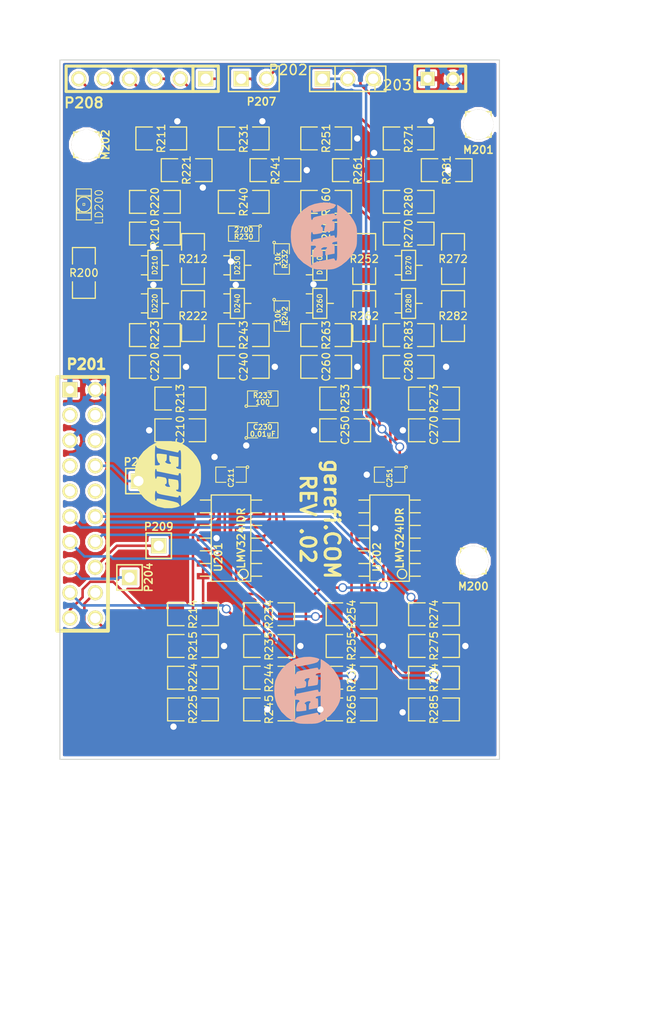
<source format=kicad_pcb>
(kicad_pcb (version 3) (host pcbnew "(2013-07-07 BZR 4022)-stable")
  (title_block (title "Analgo Protection board for gerefi.com") (rev .01) (company gerefi.com))
  (layers (15 F.Cu signal) (0 B.Cu signal) (18 B.Paste user) (19 F.Paste user) (20 B.SilkS user hide) (21 F.SilkS user hide) (22 B.Mask user) (23 F.Mask user) (28 Edge.Cuts user))
  (net 0 "")
  (net 1 /5V)
  (net 2 /INP1)
  (net 3 /INP2)
  (net 4 /INP3)
  (net 5 /INP4)
  (net 6 /INP5)
  (net 7 /INP6)
  (net 8 /INP7)
  (net 9 /INP8)
  (net 10 /OUT1)
  (net 11 /OUT2)
  (net 12 /OUT3)
  (net 13 /OUT4)
  (net 14 /OUT5)
  (net 15 /OUT6)
  (net 16 /OUT7)
  (net 17 /OUT8)
  (net 18 /PA4)
  (net 19 /PA5)
  (net 20 /PC0)
  (net 21 GND)
  (net 22 N-0000013)
  (net 23 N-0000014)
  (net 24 N-0000017)
  (net 25 N-0000019)
  (net 26 N-0000020)
  (net 27 N-0000021)
  (net 28 N-0000022)
  (net 29 N-0000023)
  (net 30 N-0000025)
  (net 31 N-0000026)
  (net 32 N-0000027)
  (net 33 N-0000028)
  (net 34 N-0000029)
  (net 35 N-000004)
  (net 36 N-0000041)
  (net 37 N-0000042)
  (net 38 N-0000047)
  (net 39 N-000005)
  (net 40 N-0000050)
  (net 41 N-0000053)
  (net 42 N-0000058)
  (net 43 N-0000059)
  (net 44 N-0000060)
  (net 45 N-0000065)
  (net 46 N-0000067)
  (module PIN_ARRAY_1 (layer F.Cu) (at 128.651 102.489 270)
    (fp_text reference M202 (at 0 -1.905 270) (layer F.SilkS) (effects (font (size 0.762 0.762) (thickness 0.1524))))
    (fp_text value CONN_1 hide)
    (pad 1 thru_hole circle (at 0 0 270) (size 3 3) (drill 3) (layers *.Cu *.Mask F.SilkS))
  )
  (module PIN_ARRAY_1 (layer F.Cu) (at 167.894 100.457 90)
    (fp_text reference M201 (at -2.54 0 180) (layer F.SilkS) (effects (font (size 0.762 0.762) (thickness 0.1524))))
    (fp_text value CONN_1 hide)
    (pad 1 thru_hole circle (at 0 0 90) (size 3 3) (drill 3) (layers *.Cu *.Mask F.SilkS))
  )
  (module PIN_ARRAY_1 (layer F.Cu) (at 167.386 144.145 90)
    (fp_text reference M200 (at -2.54 0 180) (layer F.SilkS) (effects (font (size 0.762 0.762) (thickness 0.1524))))
    (fp_text value CONN_1 hide)
    (pad 1 thru_hole circle (at 0 0 90) (size 3 3) (drill 3) (layers *.Cu *.Mask F.SilkS))
  )
  (module SM1206 (layer F.Cu) (at 139.319 152.654)
    (fp_text reference R215 (at 0 0 90) (layer F.SilkS) (effects (font (size 0.762 0.762) (thickness 0.127))))
    (fp_text value 1500 hide)
    (pad 1 smd rect (at -1.651 0) (size 1.524 2.032) (layers F.Cu F.Paste F.Mask) (net 10 /OUT1))
    (pad 2 smd rect (at 1.651 0) (size 1.524 2.032) (layers F.Cu F.Paste F.Mask) (net 21 GND))
  )
  (module SM1206 (layer F.Cu) (at 139.319 149.479 180)
    (fp_text reference R214 (at 0 0 270) (layer F.SilkS) (effects (font (size 0.762 0.762) (thickness 0.127))))
    (fp_text value 1500 hide)
    (pad 1 smd rect (at -1.651 0 180) (size 1.524 2.032) (layers F.Cu F.Paste F.Mask) (net 45 N-0000065))
    (pad 2 smd rect (at 1.651 0 180) (size 1.524 2.032) (layers F.Cu F.Paste F.Mask) (net 10 /OUT1))
  )
  (module PIN_ARRAY_10X2 (layer F.Cu) (at 128.27 138.43 270)
    (fp_text reference P201 (at -13.97 -0.381 360) (layer F.SilkS) (effects (font (size 1.016 1.016) (thickness 0.254))))
    (fp_text value CONN_10X2 hide)
    (pad 1 thru_hole rect (at -11.43 1.27 270) (size 1.524 1.524) (drill 0.8128) (layers *.Cu *.Mask F.SilkS) (net 21 GND))
    (pad 2 thru_hole circle (at -11.43 -1.27 270) (size 1.524 1.524) (drill 1.016) (layers *.Cu *.Mask F.SilkS) (net 21 GND))
    (pad 3 thru_hole circle (at -8.89 1.27 270) (size 1.524 1.524) (drill 1.016) (layers *.Cu *.Mask F.SilkS))
    (pad 4 thru_hole circle (at -8.89 -1.27 270) (size 1.524 1.524) (drill 1.016) (layers *.Cu *.Mask F.SilkS))
    (pad 5 thru_hole circle (at -6.35 1.27 270) (size 1.524 1.524) (drill 1.016) (layers *.Cu *.Mask F.SilkS) (net 21 GND))
    (pad 6 thru_hole circle (at -6.35 -1.27 270) (size 1.524 1.524) (drill 1.016) (layers *.Cu *.Mask F.SilkS))
    (pad 7 thru_hole circle (at -3.81 1.27 270) (size 1.524 1.524) (drill 1.016) (layers *.Cu *.Mask F.SilkS))
    (pad 8 thru_hole circle (at -3.81 -1.27 270) (size 1.524 1.524) (drill 1.016) (layers *.Cu *.Mask F.SilkS) (net 20 /PC0))
    (pad 9 thru_hole circle (at -1.27 1.27 270) (size 1.524 1.524) (drill 1.016) (layers *.Cu *.Mask F.SilkS))
    (pad 10 thru_hole circle (at -1.27 -1.27 270) (size 1.524 1.524) (drill 1.016) (layers *.Cu *.Mask F.SilkS))
    (pad 11 thru_hole circle (at 1.27 1.27 270) (size 1.524 1.524) (drill 1.016) (layers *.Cu *.Mask F.SilkS) (net 17 /OUT8))
    (pad 12 thru_hole circle (at 1.27 -1.27 270) (size 1.524 1.524) (drill 1.016) (layers *.Cu *.Mask F.SilkS) (net 16 /OUT7))
    (pad 13 thru_hole circle (at 3.81 1.27 270) (size 1.524 1.524) (drill 1.016) (layers *.Cu *.Mask F.SilkS) (net 15 /OUT6))
    (pad 14 thru_hole circle (at 3.81 -1.27 270) (size 1.524 1.524) (drill 1.016) (layers *.Cu *.Mask F.SilkS) (net 14 /OUT5))
    (pad 15 thru_hole circle (at 6.35 1.27 270) (size 1.524 1.524) (drill 1.016) (layers *.Cu *.Mask F.SilkS) (net 19 /PA5))
    (pad 16 thru_hole circle (at 6.35 -1.27 270) (size 1.524 1.524) (drill 1.016) (layers *.Cu *.Mask F.SilkS) (net 18 /PA4))
    (pad 17 thru_hole circle (at 8.89 1.27 270) (size 1.524 1.524) (drill 1.016) (layers *.Cu *.Mask F.SilkS) (net 12 /OUT3))
    (pad 18 thru_hole circle (at 8.89 -1.27 270) (size 1.524 1.524) (drill 1.016) (layers *.Cu *.Mask F.SilkS) (net 13 /OUT4))
    (pad 19 thru_hole circle (at 11.43 1.27 270) (size 1.524 1.524) (drill 1.016) (layers *.Cu *.Mask F.SilkS) (net 10 /OUT1))
    (pad 20 thru_hole circle (at 11.43 -1.27 270) (size 1.524 1.524) (drill 1.016) (layers *.Cu *.Mask F.SilkS) (net 11 /OUT2))
  )
  (module SM1206 (layer F.Cu) (at 136.144 101.854)
    (fp_text reference R211 (at 0 0 90) (layer F.SilkS) (effects (font (size 0.762 0.762) (thickness 0.127))))
    (fp_text value 500K hide)
    (pad 1 smd rect (at -1.651 0) (size 1.524 2.032) (layers F.Cu F.Paste F.Mask) (net 2 /INP1))
    (pad 2 smd rect (at 1.651 0) (size 1.524 2.032) (layers F.Cu F.Paste F.Mask) (net 21 GND))
  )
  (module SM1206 (layer F.Cu) (at 139.319 159.004 180)
    (fp_text reference R225 (at 0 0 270) (layer F.SilkS) (effects (font (size 0.762 0.762) (thickness 0.127))))
    (fp_text value 1500 hide)
    (pad 1 smd rect (at -1.651 0 180) (size 1.524 2.032) (layers F.Cu F.Paste F.Mask) (net 11 /OUT2))
    (pad 2 smd rect (at 1.651 0 180) (size 1.524 2.032) (layers F.Cu F.Paste F.Mask) (net 21 GND))
  )
  (module SM1206 (layer F.Cu) (at 139.319 155.829)
    (fp_text reference R224 (at 0 0 90) (layer F.SilkS) (effects (font (size 0.762 0.762) (thickness 0.127))))
    (fp_text value 1500 hide)
    (pad 1 smd rect (at -1.651 0) (size 1.524 2.032) (layers F.Cu F.Paste F.Mask) (net 41 N-0000053))
    (pad 2 smd rect (at 1.651 0) (size 1.524 2.032) (layers F.Cu F.Paste F.Mask) (net 11 /OUT2))
  )
  (module SM1206 (layer F.Cu) (at 138.684 105.029)
    (fp_text reference R221 (at 0 0 90) (layer F.SilkS) (effects (font (size 0.762 0.762) (thickness 0.127))))
    (fp_text value 500K hide)
    (pad 1 smd rect (at -1.651 0) (size 1.524 2.032) (layers F.Cu F.Paste F.Mask) (net 3 /INP2))
    (pad 2 smd rect (at 1.651 0) (size 1.524 2.032) (layers F.Cu F.Paste F.Mask) (net 21 GND))
  )
  (module SM1206 (layer F.Cu) (at 146.939 152.654)
    (fp_text reference R235 (at 0 0 90) (layer F.SilkS) (effects (font (size 0.762 0.762) (thickness 0.127))))
    (fp_text value 1500 hide)
    (pad 1 smd rect (at -1.651 0) (size 1.524 2.032) (layers F.Cu F.Paste F.Mask) (net 12 /OUT3))
    (pad 2 smd rect (at 1.651 0) (size 1.524 2.032) (layers F.Cu F.Paste F.Mask) (net 21 GND))
  )
  (module SM1206 (layer F.Cu) (at 146.939 149.479 180)
    (fp_text reference R234 (at 0 0 270) (layer F.SilkS) (effects (font (size 0.762 0.762) (thickness 0.127))))
    (fp_text value 1500 hide)
    (pad 1 smd rect (at -1.651 0 180) (size 1.524 2.032) (layers F.Cu F.Paste F.Mask) (net 40 N-0000050))
    (pad 2 smd rect (at 1.651 0 180) (size 1.524 2.032) (layers F.Cu F.Paste F.Mask) (net 12 /OUT3))
  )
  (module SM1206 (layer F.Cu) (at 144.399 101.854)
    (fp_text reference R231 (at 0 0 90) (layer F.SilkS) (effects (font (size 0.762 0.762) (thickness 0.127))))
    (fp_text value 500K hide)
    (pad 1 smd rect (at -1.651 0) (size 1.524 2.032) (layers F.Cu F.Paste F.Mask) (net 4 /INP3))
    (pad 2 smd rect (at 1.651 0) (size 1.524 2.032) (layers F.Cu F.Paste F.Mask) (net 21 GND))
  )
  (module SM1206 (layer F.Cu) (at 147.574 105.029)
    (fp_text reference R241 (at 0 0 90) (layer F.SilkS) (effects (font (size 0.762 0.762) (thickness 0.127))))
    (fp_text value 500K hide)
    (pad 1 smd rect (at -1.651 0) (size 1.524 2.032) (layers F.Cu F.Paste F.Mask) (net 5 /INP4))
    (pad 2 smd rect (at 1.651 0) (size 1.524 2.032) (layers F.Cu F.Paste F.Mask) (net 21 GND))
  )
  (module SM1206 (layer F.Cu) (at 146.939 155.829)
    (fp_text reference R244 (at 0 0 90) (layer F.SilkS) (effects (font (size 0.762 0.762) (thickness 0.127))))
    (fp_text value 1500 hide)
    (pad 1 smd rect (at -1.651 0) (size 1.524 2.032) (layers F.Cu F.Paste F.Mask) (net 38 N-0000047))
    (pad 2 smd rect (at 1.651 0) (size 1.524 2.032) (layers F.Cu F.Paste F.Mask) (net 13 /OUT4))
  )
  (module SM1206 (layer F.Cu) (at 146.939 159.004 180)
    (fp_text reference R245 (at 0 0 270) (layer F.SilkS) (effects (font (size 0.762 0.762) (thickness 0.127))))
    (fp_text value 1500 hide)
    (pad 1 smd rect (at -1.651 0 180) (size 1.524 2.032) (layers F.Cu F.Paste F.Mask) (net 13 /OUT4))
    (pad 2 smd rect (at 1.651 0 180) (size 1.524 2.032) (layers F.Cu F.Paste F.Mask) (net 21 GND))
  )
  (module SM1206 (layer F.Cu) (at 138.049 127.889)
    (fp_text reference R213 (at 0 0 90) (layer F.SilkS) (effects (font (size 0.762 0.762) (thickness 0.127))))
    (fp_text value 100 hide)
    (pad 1 smd rect (at -1.651 0) (size 1.524 2.032) (layers F.Cu F.Paste F.Mask) (net 24 N-0000017))
    (pad 2 smd rect (at 1.651 0) (size 1.524 2.032) (layers F.Cu F.Paste F.Mask) (net 43 N-0000059))
  )
  (module SM1206 (layer F.Cu) (at 135.509 111.379 180)
    (fp_text reference R210 (at 0 0 270) (layer F.SilkS) (effects (font (size 0.762 0.762) (thickness 0.127))))
    (fp_text value 2700 hide)
    (pad 1 smd rect (at -1.651 0 180) (size 1.524 2.032) (layers F.Cu F.Paste F.Mask) (net 2 /INP1))
    (pad 2 smd rect (at 1.651 0 180) (size 1.524 2.032) (layers F.Cu F.Paste F.Mask) (net 1 /5V))
  )
  (module SM1206 (layer F.Cu) (at 135.509 124.714 180)
    (fp_text reference C220 (at 0 0 270) (layer F.SilkS) (effects (font (size 0.762 0.762) (thickness 0.127))))
    (fp_text value 0.01uF hide)
    (pad 1 smd rect (at -1.651 0 180) (size 1.524 2.032) (layers F.Cu F.Paste F.Mask) (net 21 GND))
    (pad 2 smd rect (at 1.651 0 180) (size 1.524 2.032) (layers F.Cu F.Paste F.Mask) (net 42 N-0000058))
  )
  (module SM1206 (layer F.Cu) (at 138.049 131.064)
    (fp_text reference C210 (at 0 0 90) (layer F.SilkS) (effects (font (size 0.762 0.762) (thickness 0.127))))
    (fp_text value 0.01uF hide)
    (pad 1 smd rect (at -1.651 0) (size 1.524 2.032) (layers F.Cu F.Paste F.Mask) (net 21 GND))
    (pad 2 smd rect (at 1.651 0) (size 1.524 2.032) (layers F.Cu F.Paste F.Mask) (net 43 N-0000059))
  )
  (module SM1206 (layer F.Cu) (at 135.509 121.539 180)
    (fp_text reference R223 (at 0 0 270) (layer F.SilkS) (effects (font (size 0.762 0.762) (thickness 0.127))))
    (fp_text value 100 hide)
    (pad 1 smd rect (at -1.651 0 180) (size 1.524 2.032) (layers F.Cu F.Paste F.Mask) (net 39 N-000005))
    (pad 2 smd rect (at 1.651 0 180) (size 1.524 2.032) (layers F.Cu F.Paste F.Mask) (net 42 N-0000058))
  )
  (module SM1206 (layer F.Cu) (at 135.509 108.204 180)
    (fp_text reference R220 (at 0 0 270) (layer F.SilkS) (effects (font (size 0.762 0.762) (thickness 0.127))))
    (fp_text value 2700 hide)
    (pad 1 smd rect (at -1.651 0 180) (size 1.524 2.032) (layers F.Cu F.Paste F.Mask) (net 3 /INP2))
    (pad 2 smd rect (at 1.651 0 180) (size 1.524 2.032) (layers F.Cu F.Paste F.Mask) (net 1 /5V))
  )
  (module SM1206 (layer F.Cu) (at 144.399 121.539 180)
    (fp_text reference R243 (at 0 0 270) (layer F.SilkS) (effects (font (size 0.762 0.762) (thickness 0.127))))
    (fp_text value 100 hide)
    (pad 1 smd rect (at -1.651 0 180) (size 1.524 2.032) (layers F.Cu F.Paste F.Mask) (net 35 N-000004))
    (pad 2 smd rect (at 1.651 0 180) (size 1.524 2.032) (layers F.Cu F.Paste F.Mask) (net 29 N-0000023))
  )
  (module SM1206 (layer F.Cu) (at 144.399 108.204 180)
    (fp_text reference R240 (at 0 0 270) (layer F.SilkS) (effects (font (size 0.762 0.762) (thickness 0.127))))
    (fp_text value 2700 hide)
    (pad 1 smd rect (at -1.651 0 180) (size 1.524 2.032) (layers F.Cu F.Paste F.Mask) (net 5 /INP4))
    (pad 2 smd rect (at 1.651 0 180) (size 1.524 2.032) (layers F.Cu F.Paste F.Mask) (net 1 /5V))
  )
  (module SM1206 (layer F.Cu) (at 155.194 152.654)
    (fp_text reference R255 (at 0 0 90) (layer F.SilkS) (effects (font (size 0.762 0.762) (thickness 0.127))))
    (fp_text value 1500 hide)
    (pad 1 smd rect (at -1.651 0) (size 1.524 2.032) (layers F.Cu F.Paste F.Mask) (net 14 /OUT5))
    (pad 2 smd rect (at 1.651 0) (size 1.524 2.032) (layers F.Cu F.Paste F.Mask) (net 21 GND))
  )
  (module SM1206 (layer F.Cu) (at 152.654 108.204 180)
    (fp_text reference R260 (at 0 0 270) (layer F.SilkS) (effects (font (size 0.762 0.762) (thickness 0.127))))
    (fp_text value 2700 hide)
    (pad 1 smd rect (at -1.651 0 180) (size 1.524 2.032) (layers F.Cu F.Paste F.Mask) (net 7 /INP6))
    (pad 2 smd rect (at 1.651 0 180) (size 1.524 2.032) (layers F.Cu F.Paste F.Mask) (net 1 /5V))
  )
  (module SM1206 (layer F.Cu) (at 152.654 121.539 180)
    (fp_text reference R263 (at 0 0 270) (layer F.SilkS) (effects (font (size 0.762 0.762) (thickness 0.127))))
    (fp_text value 100 hide)
    (pad 1 smd rect (at -1.651 0 180) (size 1.524 2.032) (layers F.Cu F.Paste F.Mask) (net 23 N-0000014))
    (pad 2 smd rect (at 1.651 0 180) (size 1.524 2.032) (layers F.Cu F.Paste F.Mask) (net 31 N-0000026))
  )
  (module SM1206 (layer F.Cu) (at 152.654 111.379 180)
    (fp_text reference R250 (at 0 0 270) (layer F.SilkS) (effects (font (size 0.762 0.762) (thickness 0.127))))
    (fp_text value 2700 hide)
    (pad 1 smd rect (at -1.651 0 180) (size 1.524 2.032) (layers F.Cu F.Paste F.Mask) (net 6 /INP5))
    (pad 2 smd rect (at 1.651 0 180) (size 1.524 2.032) (layers F.Cu F.Paste F.Mask) (net 1 /5V))
  )
  (module SM1206 (layer F.Cu) (at 154.559 127.889)
    (fp_text reference R253 (at 0 0 90) (layer F.SilkS) (effects (font (size 0.762 0.762) (thickness 0.127))))
    (fp_text value 100 hide)
    (pad 1 smd rect (at -1.651 0) (size 1.524 2.032) (layers F.Cu F.Paste F.Mask) (net 22 N-0000013))
    (pad 2 smd rect (at 1.651 0) (size 1.524 2.032) (layers F.Cu F.Paste F.Mask) (net 32 N-0000027))
  )
  (module SM1206 (layer F.Cu) (at 139.319 119.634 270)
    (fp_text reference R222 (at 0 0 360) (layer F.SilkS) (effects (font (size 0.762 0.762) (thickness 0.127))))
    (fp_text value 10k hide)
    (pad 1 smd rect (at -1.651 0 270) (size 1.524 2.032) (layers F.Cu F.Paste F.Mask) (net 3 /INP2))
    (pad 2 smd rect (at 1.651 0 270) (size 1.524 2.032) (layers F.Cu F.Paste F.Mask) (net 39 N-000005))
  )
  (module SM1206 (layer F.Cu) (at 139.319 113.919 270)
    (fp_text reference R212 (at 0 0 360) (layer F.SilkS) (effects (font (size 0.762 0.762) (thickness 0.127))))
    (fp_text value 10k hide)
    (pad 1 smd rect (at -1.651 0 270) (size 1.524 2.032) (layers F.Cu F.Paste F.Mask) (net 2 /INP1))
    (pad 2 smd rect (at 1.651 0 270) (size 1.524 2.032) (layers F.Cu F.Paste F.Mask) (net 24 N-0000017))
  )
  (module SM1206 (layer F.Cu) (at 152.654 101.854)
    (fp_text reference R251 (at 0 0 90) (layer F.SilkS) (effects (font (size 0.762 0.762) (thickness 0.127))))
    (fp_text value 500K hide)
    (pad 1 smd rect (at -1.651 0) (size 1.524 2.032) (layers F.Cu F.Paste F.Mask) (net 6 /INP5))
    (pad 2 smd rect (at 1.651 0) (size 1.524 2.032) (layers F.Cu F.Paste F.Mask) (net 21 GND))
  )
  (module SM1206 (layer F.Cu) (at 155.194 149.479 180)
    (fp_text reference R254 (at 0 0 270) (layer F.SilkS) (effects (font (size 0.762 0.762) (thickness 0.127))))
    (fp_text value 1500 hide)
    (pad 1 smd rect (at -1.651 0 180) (size 1.524 2.032) (layers F.Cu F.Paste F.Mask) (net 34 N-0000029))
    (pad 2 smd rect (at 1.651 0 180) (size 1.524 2.032) (layers F.Cu F.Paste F.Mask) (net 14 /OUT5))
  )
  (module SM1206 (layer F.Cu) (at 128.397 115.316 90)
    (fp_text reference R200 (at 0 0 180) (layer F.SilkS) (effects (font (size 0.762 0.762) (thickness 0.127))))
    (fp_text value 100 hide)
    (pad 1 smd rect (at -1.651 0 90) (size 1.524 2.032) (layers F.Cu F.Paste F.Mask) (net 1 /5V))
    (pad 2 smd rect (at 1.651 0 90) (size 1.524 2.032) (layers F.Cu F.Paste F.Mask) (net 30 N-0000025))
  )
  (module PIN_ARRAY_3X1 (layer F.Cu) (at 154.813 95.885)
    (fp_text reference P202 (at -5.969 -0.889) (layer F.SilkS) (effects (font (size 1.016 1.016) (thickness 0.1524))))
    (fp_text value CONN_3 hide)
    (pad 1 thru_hole rect (at -2.54 0) (size 1.524 1.524) (drill 1.016) (layers *.Cu *.Mask F.SilkS) (net 1 /5V))
    (pad 2 thru_hole circle (at 0 0) (size 1.524 1.524) (drill 1.016) (layers *.Cu *.Mask F.SilkS) (net 1 /5V))
    (pad 3 thru_hole circle (at 2.54 0) (size 1.524 1.524) (drill 1.016) (layers *.Cu *.Mask F.SilkS) (net 1 /5V))
  )
  (module LED-1206 (layer F.Cu) (at 128.397 108.458 270)
    (fp_text reference LD200 (at 0.254 -1.524 270) (layer F.SilkS) (effects (font (size 0.762 0.762) (thickness 0.0889))))
    (fp_text value LED hide)
    (pad 1 smd rect (at -1.41986 0 270) (size 1.59766 1.80086) (layers F.Cu F.Paste F.Mask) (net 21 GND))
    (pad 2 smd rect (at 1.41986 0 270) (size 1.59766 1.80086) (layers F.Cu F.Paste F.Mask) (net 30 N-0000025))
  )
  (module sot23 (layer F.Cu) (at 143.764 114.554 270)
    (fp_text reference D230 (at 0 0 270) (layer F.SilkS) (effects (font (size 0.50038 0.50038) (thickness 0.09906))))
    (fp_text value DOUBLE_SCHOTTKY hide)
    (pad 1 smd rect (at -0.9525 1.05664 270) (size 0.59944 1.00076) (layers F.Cu F.Paste F.Mask) (net 21 GND))
    (pad 2 smd rect (at 0 -1.05664 270) (size 0.59944 1.00076) (layers F.Cu F.Paste F.Mask) (net 46 N-0000067))
    (pad 3 smd rect (at 0.9525 1.05664 270) (size 0.59944 1.00076) (layers F.Cu F.Paste F.Mask) (net 1 /5V))
  )
  (module sot23 (layer F.Cu) (at 135.509 118.364 270)
    (fp_text reference D220 (at 0 0 270) (layer F.SilkS) (effects (font (size 0.50038 0.50038) (thickness 0.09906))))
    (fp_text value DOUBLE_SCHOTTKY hide)
    (pad 1 smd rect (at -0.9525 1.05664 270) (size 0.59944 1.00076) (layers F.Cu F.Paste F.Mask) (net 21 GND))
    (pad 2 smd rect (at 0 -1.05664 270) (size 0.59944 1.00076) (layers F.Cu F.Paste F.Mask) (net 39 N-000005))
    (pad 3 smd rect (at 0.9525 1.05664 270) (size 0.59944 1.00076) (layers F.Cu F.Paste F.Mask) (net 1 /5V))
  )
  (module sot23 (layer F.Cu) (at 143.764 118.364 270)
    (fp_text reference D240 (at 0 0 270) (layer F.SilkS) (effects (font (size 0.50038 0.50038) (thickness 0.09906))))
    (fp_text value DOUBLE_SCHOTTKY hide)
    (pad 1 smd rect (at -0.9525 1.05664 270) (size 0.59944 1.00076) (layers F.Cu F.Paste F.Mask) (net 21 GND))
    (pad 2 smd rect (at 0 -1.05664 270) (size 0.59944 1.00076) (layers F.Cu F.Paste F.Mask) (net 35 N-000004))
    (pad 3 smd rect (at 0.9525 1.05664 270) (size 0.59944 1.00076) (layers F.Cu F.Paste F.Mask) (net 1 /5V))
  )
  (module sot23 (layer F.Cu) (at 135.509 114.554 270)
    (fp_text reference D210 (at 0 0 270) (layer F.SilkS) (effects (font (size 0.50038 0.50038) (thickness 0.09906))))
    (fp_text value DOUBLE_SCHOTTKY hide)
    (pad 1 smd rect (at -0.9525 1.05664 270) (size 0.59944 1.00076) (layers F.Cu F.Paste F.Mask) (net 21 GND))
    (pad 2 smd rect (at 0 -1.05664 270) (size 0.59944 1.00076) (layers F.Cu F.Paste F.Mask) (net 24 N-0000017))
    (pad 3 smd rect (at 0.9525 1.05664 270) (size 0.59944 1.00076) (layers F.Cu F.Paste F.Mask) (net 1 /5V))
  )
  (module SM1206 (layer F.Cu) (at 144.399 124.714 180)
    (fp_text reference C240 (at 0 0 270) (layer F.SilkS) (effects (font (size 0.762 0.762) (thickness 0.127))))
    (fp_text value 0.01uF hide)
    (pad 1 smd rect (at -1.651 0 180) (size 1.524 2.032) (layers F.Cu F.Paste F.Mask) (net 21 GND))
    (pad 2 smd rect (at 1.651 0 180) (size 1.524 2.032) (layers F.Cu F.Paste F.Mask) (net 29 N-0000023))
  )
  (module SM1206 (layer F.Cu) (at 154.559 131.064)
    (fp_text reference C250 (at 0 0 90) (layer F.SilkS) (effects (font (size 0.762 0.762) (thickness 0.127))))
    (fp_text value 0.01uF hide)
    (pad 1 smd rect (at -1.651 0) (size 1.524 2.032) (layers F.Cu F.Paste F.Mask) (net 21 GND))
    (pad 2 smd rect (at 1.651 0) (size 1.524 2.032) (layers F.Cu F.Paste F.Mask) (net 32 N-0000027))
  )
  (module SM1206 (layer F.Cu) (at 152.654 124.714 180)
    (fp_text reference C260 (at 0 0 270) (layer F.SilkS) (effects (font (size 0.762 0.762) (thickness 0.127))))
    (fp_text value 0.01uF hide)
    (pad 1 smd rect (at -1.651 0 180) (size 1.524 2.032) (layers F.Cu F.Paste F.Mask) (net 21 GND))
    (pad 2 smd rect (at 1.651 0 180) (size 1.524 2.032) (layers F.Cu F.Paste F.Mask) (net 31 N-0000026))
  )
  (module SM1206 (layer F.Cu) (at 155.829 105.029)
    (fp_text reference R261 (at 0 0 90) (layer F.SilkS) (effects (font (size 0.762 0.762) (thickness 0.127))))
    (fp_text value 500K hide)
    (pad 1 smd rect (at -1.651 0) (size 1.524 2.032) (layers F.Cu F.Paste F.Mask) (net 7 /INP6))
    (pad 2 smd rect (at 1.651 0) (size 1.524 2.032) (layers F.Cu F.Paste F.Mask) (net 21 GND))
  )
  (module SM1206 (layer F.Cu) (at 160.909 124.714 180)
    (fp_text reference C280 (at 0 0 270) (layer F.SilkS) (effects (font (size 0.762 0.762) (thickness 0.127))))
    (fp_text value 0.01uF hide)
    (pad 1 smd rect (at -1.651 0 180) (size 1.524 2.032) (layers F.Cu F.Paste F.Mask) (net 21 GND))
    (pad 2 smd rect (at 1.651 0 180) (size 1.524 2.032) (layers F.Cu F.Paste F.Mask) (net 25 N-0000019))
  )
  (module SM1206 (layer F.Cu) (at 163.449 131.064)
    (fp_text reference C270 (at 0 0 90) (layer F.SilkS) (effects (font (size 0.762 0.762) (thickness 0.127))))
    (fp_text value 0.01uF hide)
    (pad 1 smd rect (at -1.651 0) (size 1.524 2.032) (layers F.Cu F.Paste F.Mask) (net 21 GND))
    (pad 2 smd rect (at 1.651 0) (size 1.524 2.032) (layers F.Cu F.Paste F.Mask) (net 26 N-0000020))
  )
  (module SM1206 (layer F.Cu) (at 163.449 149.479 180)
    (fp_text reference R274 (at 0 0 270) (layer F.SilkS) (effects (font (size 0.762 0.762) (thickness 0.127))))
    (fp_text value 1500 hide)
    (pad 1 smd rect (at -1.651 0 180) (size 1.524 2.032) (layers F.Cu F.Paste F.Mask) (net 28 N-0000022))
    (pad 2 smd rect (at 1.651 0 180) (size 1.524 2.032) (layers F.Cu F.Paste F.Mask) (net 16 /OUT7))
  )
  (module SM1206 (layer F.Cu) (at 163.449 152.654)
    (fp_text reference R275 (at 0 0 90) (layer F.SilkS) (effects (font (size 0.762 0.762) (thickness 0.127))))
    (fp_text value 1500 hide)
    (pad 1 smd rect (at -1.651 0) (size 1.524 2.032) (layers F.Cu F.Paste F.Mask) (net 16 /OUT7))
    (pad 2 smd rect (at 1.651 0) (size 1.524 2.032) (layers F.Cu F.Paste F.Mask) (net 21 GND))
  )
  (module SM1206 (layer F.Cu) (at 160.909 108.204 180)
    (fp_text reference R280 (at 0 0 270) (layer F.SilkS) (effects (font (size 0.762 0.762) (thickness 0.127))))
    (fp_text value 2700 hide)
    (pad 1 smd rect (at -1.651 0 180) (size 1.524 2.032) (layers F.Cu F.Paste F.Mask) (net 9 /INP8))
    (pad 2 smd rect (at 1.651 0 180) (size 1.524 2.032) (layers F.Cu F.Paste F.Mask) (net 1 /5V))
  )
  (module SM1206 (layer F.Cu) (at 160.909 121.539 180)
    (fp_text reference R283 (at 0 0 270) (layer F.SilkS) (effects (font (size 0.762 0.762) (thickness 0.127))))
    (fp_text value 100 hide)
    (pad 1 smd rect (at -1.651 0 180) (size 1.524 2.032) (layers F.Cu F.Paste F.Mask) (net 37 N-0000042))
    (pad 2 smd rect (at 1.651 0 180) (size 1.524 2.032) (layers F.Cu F.Paste F.Mask) (net 25 N-0000019))
  )
  (module SM1206 (layer F.Cu) (at 160.909 111.379 180)
    (fp_text reference R270 (at 0 0 270) (layer F.SilkS) (effects (font (size 0.762 0.762) (thickness 0.127))))
    (fp_text value 2700 hide)
    (pad 1 smd rect (at -1.651 0 180) (size 1.524 2.032) (layers F.Cu F.Paste F.Mask) (net 8 /INP7))
    (pad 2 smd rect (at 1.651 0 180) (size 1.524 2.032) (layers F.Cu F.Paste F.Mask) (net 1 /5V))
  )
  (module SM1206 (layer F.Cu) (at 163.449 127.889)
    (fp_text reference R273 (at 0 0 90) (layer F.SilkS) (effects (font (size 0.762 0.762) (thickness 0.127))))
    (fp_text value 100 hide)
    (pad 1 smd rect (at -1.651 0) (size 1.524 2.032) (layers F.Cu F.Paste F.Mask) (net 36 N-0000041))
    (pad 2 smd rect (at 1.651 0) (size 1.524 2.032) (layers F.Cu F.Paste F.Mask) (net 26 N-0000020))
  )
  (module SM1206 (layer F.Cu) (at 163.449 159.004 180)
    (fp_text reference R285 (at 0 0 270) (layer F.SilkS) (effects (font (size 0.762 0.762) (thickness 0.127))))
    (fp_text value 1500 hide)
    (pad 1 smd rect (at -1.651 0 180) (size 1.524 2.032) (layers F.Cu F.Paste F.Mask) (net 17 /OUT8))
    (pad 2 smd rect (at 1.651 0 180) (size 1.524 2.032) (layers F.Cu F.Paste F.Mask) (net 21 GND))
  )
  (module SM1206 (layer F.Cu) (at 163.449 155.829)
    (fp_text reference R284 (at 0 0 90) (layer F.SilkS) (effects (font (size 0.762 0.762) (thickness 0.127))))
    (fp_text value 1500 hide)
    (pad 1 smd rect (at -1.651 0) (size 1.524 2.032) (layers F.Cu F.Paste F.Mask) (net 27 N-0000021))
    (pad 2 smd rect (at 1.651 0) (size 1.524 2.032) (layers F.Cu F.Paste F.Mask) (net 17 /OUT8))
  )
  (module SM1206 (layer F.Cu) (at 164.719 105.029)
    (fp_text reference R281 (at 0 0 90) (layer F.SilkS) (effects (font (size 0.762 0.762) (thickness 0.127))))
    (fp_text value 500K hide)
    (pad 1 smd rect (at -1.651 0) (size 1.524 2.032) (layers F.Cu F.Paste F.Mask) (net 9 /INP8))
    (pad 2 smd rect (at 1.651 0) (size 1.524 2.032) (layers F.Cu F.Paste F.Mask) (net 21 GND))
  )
  (module SM1206 (layer F.Cu) (at 160.909 101.854)
    (fp_text reference R271 (at 0 0 90) (layer F.SilkS) (effects (font (size 0.762 0.762) (thickness 0.127))))
    (fp_text value 500K hide)
    (pad 1 smd rect (at -1.651 0) (size 1.524 2.032) (layers F.Cu F.Paste F.Mask) (net 8 /INP7))
    (pad 2 smd rect (at 1.651 0) (size 1.524 2.032) (layers F.Cu F.Paste F.Mask) (net 21 GND))
  )
  (module sot23 (layer F.Cu) (at 152.019 118.364 270)
    (fp_text reference D260 (at 0 0 270) (layer F.SilkS) (effects (font (size 0.50038 0.50038) (thickness 0.09906))))
    (fp_text value DOUBLE_SCHOTTKY hide)
    (pad 1 smd rect (at -0.9525 1.05664 270) (size 0.59944 1.00076) (layers F.Cu F.Paste F.Mask) (net 21 GND))
    (pad 2 smd rect (at 0 -1.05664 270) (size 0.59944 1.00076) (layers F.Cu F.Paste F.Mask) (net 23 N-0000014))
    (pad 3 smd rect (at 0.9525 1.05664 270) (size 0.59944 1.00076) (layers F.Cu F.Paste F.Mask) (net 1 /5V))
  )
  (module sot23 (layer F.Cu) (at 152.019 114.554 270)
    (fp_text reference D250 (at 0 0 270) (layer F.SilkS) (effects (font (size 0.50038 0.50038) (thickness 0.09906))))
    (fp_text value DOUBLE_SCHOTTKY hide)
    (pad 1 smd rect (at -0.9525 1.05664 270) (size 0.59944 1.00076) (layers F.Cu F.Paste F.Mask) (net 21 GND))
    (pad 2 smd rect (at 0 -1.05664 270) (size 0.59944 1.00076) (layers F.Cu F.Paste F.Mask) (net 22 N-0000013))
    (pad 3 smd rect (at 0.9525 1.05664 270) (size 0.59944 1.00076) (layers F.Cu F.Paste F.Mask) (net 1 /5V))
  )
  (module sot23 (layer F.Cu) (at 160.909 118.364 270)
    (fp_text reference D280 (at 0 0 270) (layer F.SilkS) (effects (font (size 0.50038 0.50038) (thickness 0.09906))))
    (fp_text value DOUBLE_SCHOTTKY hide)
    (pad 1 smd rect (at -0.9525 1.05664 270) (size 0.59944 1.00076) (layers F.Cu F.Paste F.Mask) (net 21 GND))
    (pad 2 smd rect (at 0 -1.05664 270) (size 0.59944 1.00076) (layers F.Cu F.Paste F.Mask) (net 37 N-0000042))
    (pad 3 smd rect (at 0.9525 1.05664 270) (size 0.59944 1.00076) (layers F.Cu F.Paste F.Mask) (net 1 /5V))
  )
  (module sot23 (layer F.Cu) (at 160.909 114.554 270)
    (fp_text reference D270 (at 0 0 270) (layer F.SilkS) (effects (font (size 0.50038 0.50038) (thickness 0.09906))))
    (fp_text value DOUBLE_SCHOTTKY hide)
    (pad 1 smd rect (at -0.9525 1.05664 270) (size 0.59944 1.00076) (layers F.Cu F.Paste F.Mask) (net 21 GND))
    (pad 2 smd rect (at 0 -1.05664 270) (size 0.59944 1.00076) (layers F.Cu F.Paste F.Mask) (net 36 N-0000041))
    (pad 3 smd rect (at 0.9525 1.05664 270) (size 0.59944 1.00076) (layers F.Cu F.Paste F.Mask) (net 1 /5V))
  )
  (module SM1206 (layer F.Cu) (at 156.464 113.919 270)
    (fp_text reference R252 (at 0 0 360) (layer F.SilkS) (effects (font (size 0.762 0.762) (thickness 0.127))))
    (fp_text value 10k hide)
    (pad 1 smd rect (at -1.651 0 270) (size 1.524 2.032) (layers F.Cu F.Paste F.Mask) (net 6 /INP5))
    (pad 2 smd rect (at 1.651 0 270) (size 1.524 2.032) (layers F.Cu F.Paste F.Mask) (net 22 N-0000013))
  )
  (module SM1206 (layer F.Cu) (at 156.464 119.634 270)
    (fp_text reference R262 (at 0 0 360) (layer F.SilkS) (effects (font (size 0.762 0.762) (thickness 0.127))))
    (fp_text value 10k hide)
    (pad 1 smd rect (at -1.651 0 270) (size 1.524 2.032) (layers F.Cu F.Paste F.Mask) (net 7 /INP6))
    (pad 2 smd rect (at 1.651 0 270) (size 1.524 2.032) (layers F.Cu F.Paste F.Mask) (net 23 N-0000014))
  )
  (module SM1206 (layer F.Cu) (at 165.354 119.634 270)
    (fp_text reference R282 (at 0 0 360) (layer F.SilkS) (effects (font (size 0.762 0.762) (thickness 0.127))))
    (fp_text value 10k hide)
    (pad 1 smd rect (at -1.651 0 270) (size 1.524 2.032) (layers F.Cu F.Paste F.Mask) (net 9 /INP8))
    (pad 2 smd rect (at 1.651 0 270) (size 1.524 2.032) (layers F.Cu F.Paste F.Mask) (net 37 N-0000042))
  )
  (module SM1206 (layer F.Cu) (at 165.354 113.919 270)
    (fp_text reference R272 (at 0 0 360) (layer F.SilkS) (effects (font (size 0.762 0.762) (thickness 0.127))))
    (fp_text value 10k hide)
    (pad 1 smd rect (at -1.651 0 270) (size 1.524 2.032) (layers F.Cu F.Paste F.Mask) (net 8 /INP7))
    (pad 2 smd rect (at 1.651 0 270) (size 1.524 2.032) (layers F.Cu F.Paste F.Mask) (net 36 N-0000041))
  )
  (module SM1206 (layer F.Cu) (at 155.194 155.829)
    (fp_text reference R264 (at 0 0 90) (layer F.SilkS) (effects (font (size 0.762 0.762) (thickness 0.127))))
    (fp_text value 1500 hide)
    (pad 1 smd rect (at -1.651 0) (size 1.524 2.032) (layers F.Cu F.Paste F.Mask) (net 33 N-0000028))
    (pad 2 smd rect (at 1.651 0) (size 1.524 2.032) (layers F.Cu F.Paste F.Mask) (net 15 /OUT6))
  )
  (module SM1206 (layer F.Cu) (at 155.194 159.004 180)
    (fp_text reference R265 (at 0 0 270) (layer F.SilkS) (effects (font (size 0.762 0.762) (thickness 0.127))))
    (fp_text value 1500 hide)
    (pad 1 smd rect (at -1.651 0 180) (size 1.524 2.032) (layers F.Cu F.Paste F.Mask) (net 15 /OUT6))
    (pad 2 smd rect (at 1.651 0 180) (size 1.524 2.032) (layers F.Cu F.Paste F.Mask) (net 21 GND))
  )
  (module so-14 (layer F.Cu) (at 143.129 141.859 90)
    (fp_text reference U201 (at -1.905 -1.27 90) (layer F.SilkS) (effects (font (size 0.7493 0.7493) (thickness 0.14986))))
    (fp_text value LMV324IDR (at 0 1.016 90) (layer F.SilkS) (effects (font (size 0.7493 0.7493) (thickness 0.14986))))
    (pad 1 smd rect (at -3.81 2.794 90) (size 0.635 1.27) (layers F.Cu F.Paste F.Mask) (net 40 N-0000050))
    (pad 2 smd rect (at -2.54 2.794 90) (size 0.635 1.27) (layers F.Cu F.Paste F.Mask) (net 40 N-0000050))
    (pad 3 smd rect (at -1.27 2.794 90) (size 0.635 1.27) (layers F.Cu F.Paste F.Mask) (net 44 N-0000060))
    (pad 4 smd rect (at 0 2.794 90) (size 0.635 1.27) (layers F.Cu F.Paste F.Mask) (net 1 /5V))
    (pad 5 smd rect (at 1.27 2.794 90) (size 0.635 1.27) (layers F.Cu F.Paste F.Mask) (net 29 N-0000023))
    (pad 6 smd rect (at 2.54 2.794 90) (size 0.635 1.27) (layers F.Cu F.Paste F.Mask) (net 38 N-0000047))
    (pad 7 smd rect (at 3.81 2.794 90) (size 0.635 1.27) (layers F.Cu F.Paste F.Mask) (net 38 N-0000047))
    (pad 8 smd rect (at 3.81 -2.794 90) (size 0.635 1.27) (layers F.Cu F.Paste F.Mask) (net 41 N-0000053))
    (pad 9 smd rect (at 2.54 -2.794 90) (size 0.635 1.27) (layers F.Cu F.Paste F.Mask) (net 42 N-0000058))
    (pad 10 smd rect (at 1.27 -2.794 90) (size 0.635 1.27) (layers F.Cu F.Paste F.Mask) (net 41 N-0000053))
    (pad 11 smd rect (at 0 -2.794 90) (size 0.635 1.27) (layers F.Cu F.Paste F.Mask) (net 21 GND))
    (pad 12 smd rect (at -1.27 -2.794 90) (size 0.635 1.27) (layers F.Cu F.Paste F.Mask) (net 43 N-0000059))
    (pad 13 smd rect (at -2.54 -2.794 90) (size 0.635 1.27) (layers F.Cu F.Paste F.Mask) (net 45 N-0000065))
    (pad 14 smd rect (at -3.81 -2.794 90) (size 0.635 1.27) (layers F.Cu F.Paste F.Mask) (net 45 N-0000065))
  )
  (module so-14 (layer F.Cu) (at 159.004 141.859 90)
    (fp_text reference U202 (at -1.905 -1.27 90) (layer F.SilkS) (effects (font (size 0.7493 0.7493) (thickness 0.14986))))
    (fp_text value LMV324IDR (at 0 1.016 90) (layer F.SilkS) (effects (font (size 0.7493 0.7493) (thickness 0.14986))))
    (pad 1 smd rect (at -3.81 2.794 90) (size 0.635 1.27) (layers F.Cu F.Paste F.Mask) (net 28 N-0000022))
    (pad 2 smd rect (at -2.54 2.794 90) (size 0.635 1.27) (layers F.Cu F.Paste F.Mask) (net 28 N-0000022))
    (pad 3 smd rect (at -1.27 2.794 90) (size 0.635 1.27) (layers F.Cu F.Paste F.Mask) (net 26 N-0000020))
    (pad 4 smd rect (at 0 2.794 90) (size 0.635 1.27) (layers F.Cu F.Paste F.Mask) (net 1 /5V))
    (pad 5 smd rect (at 1.27 2.794 90) (size 0.635 1.27) (layers F.Cu F.Paste F.Mask) (net 25 N-0000019))
    (pad 6 smd rect (at 2.54 2.794 90) (size 0.635 1.27) (layers F.Cu F.Paste F.Mask) (net 27 N-0000021))
    (pad 7 smd rect (at 3.81 2.794 90) (size 0.635 1.27) (layers F.Cu F.Paste F.Mask) (net 27 N-0000021))
    (pad 8 smd rect (at 3.81 -2.794 90) (size 0.635 1.27) (layers F.Cu F.Paste F.Mask) (net 33 N-0000028))
    (pad 9 smd rect (at 2.54 -2.794 90) (size 0.635 1.27) (layers F.Cu F.Paste F.Mask) (net 31 N-0000026))
    (pad 10 smd rect (at 1.27 -2.794 90) (size 0.635 1.27) (layers F.Cu F.Paste F.Mask) (net 33 N-0000028))
    (pad 11 smd rect (at 0 -2.794 90) (size 0.635 1.27) (layers F.Cu F.Paste F.Mask) (net 21 GND))
    (pad 12 smd rect (at -1.27 -2.794 90) (size 0.635 1.27) (layers F.Cu F.Paste F.Mask) (net 32 N-0000027))
    (pad 13 smd rect (at -2.54 -2.794 90) (size 0.635 1.27) (layers F.Cu F.Paste F.Mask) (net 34 N-0000029))
    (pad 14 smd rect (at -3.81 -2.794 90) (size 0.635 1.27) (layers F.Cu F.Paste F.Mask) (net 34 N-0000029))
  )
  (module PIN_ARRAY_1 (layer F.Cu) (at 132.969 145.796 270)
    (fp_text reference P204 (at 0 -1.905 270) (layer F.SilkS) (effects (font (size 0.762 0.762) (thickness 0.1524))))
    (fp_text value CONN_1 hide)
    (pad 1 thru_hole rect (at 0 0 270) (size 1.524 1.524) (drill 1.016) (layers *.Cu *.Mask F.SilkS) (net 19 /PA5))
  )
  (module PIN_ARRAY_1 (layer F.Cu) (at 133.858 136.144)
    (fp_text reference P205 (at 0 -1.905) (layer F.SilkS) (effects (font (size 0.762 0.762) (thickness 0.1524))))
    (fp_text value CONN_1 hide)
    (pad 1 thru_hole rect (at 0 0) (size 1.524 1.524) (drill 1.016) (layers *.Cu *.Mask F.SilkS) (net 20 /PC0))
  )
  (module PIN_ARRAY-6X1 (layer F.Cu) (at 134.239 95.885 180)
    (fp_text reference P208 (at 5.842 -2.413 180) (layer F.SilkS) (effects (font (size 1.016 1.016) (thickness 0.2032))))
    (fp_text value CONN_6 hide)
    (pad 1 thru_hole rect (at -6.35 0 180) (size 1.524 1.524) (drill 1.016) (layers *.Cu *.Mask F.SilkS) (net 7 /INP6))
    (pad 2 thru_hole circle (at -3.81 0 180) (size 1.524 1.524) (drill 1.016) (layers *.Cu *.Mask F.SilkS) (net 6 /INP5))
    (pad 3 thru_hole circle (at -1.27 0 180) (size 1.524 1.524) (drill 1.016) (layers *.Cu *.Mask F.SilkS) (net 5 /INP4))
    (pad 4 thru_hole circle (at 1.27 0 180) (size 1.524 1.524) (drill 1.016) (layers *.Cu *.Mask F.SilkS) (net 4 /INP3))
    (pad 5 thru_hole circle (at 3.81 0 180) (size 1.524 1.524) (drill 1.016) (layers *.Cu *.Mask F.SilkS) (net 3 /INP2))
    (pad 6 thru_hole circle (at 6.35 0 180) (size 1.524 1.524) (drill 1.016) (layers *.Cu *.Mask F.SilkS) (net 2 /INP1))
  )
  (module SIL-2 (layer F.Cu) (at 164.084 95.885)
    (fp_text reference P203 (at -4.826 0.635) (layer F.SilkS) (effects (font (size 1.016 1.016) (thickness 0.1524))))
    (fp_text value CONN_2 hide)
    (pad 1 thru_hole rect (at -1.27 0) (size 1.397 1.397) (drill 0.8128) (layers *.Cu *.Mask F.SilkS) (net 21 GND))
    (pad 2 thru_hole circle (at 1.27 0) (size 1.397 1.397) (drill 0.8128) (layers *.Cu *.Mask F.SilkS) (net 21 GND))
  )
  (module LOGO (layer F.Cu) (at 136.779 135.509 270)
    (fp_text reference G200 hide)
    (fp_text value LOGO hide)
  )
  (module LOGO_F (layer B.Cu) (at 152.4 111.633 270)
    (fp_text reference G201 hide)
    (fp_text value LOGO hide)
  )
  (module LOGO_F (layer B.Cu) (at 150.749 157.099 270)
    (fp_text reference G202 hide)
    (fp_text value LOGO hide)
  )
  (module SM0805 (layer F.Cu) (at 143.129 135.509 180)
    (fp_text reference C211 (at 0 -0.3175 270) (layer F.SilkS) (effects (font (size 0.50038 0.50038) (thickness 0.10922))))
    (fp_text value 0.1uF hide)
    (pad 1 smd rect (at -0.9525 0 180) (size 0.889 1.397) (layers F.Cu F.Paste F.Mask) (net 1 /5V))
    (pad 2 smd rect (at 0.9525 0 180) (size 0.889 1.397) (layers F.Cu F.Paste F.Mask) (net 21 GND))
  )
  (module SM0805 (layer F.Cu) (at 159.004 135.509 180)
    (fp_text reference C251 (at 0 -0.3175 270) (layer F.SilkS) (effects (font (size 0.50038 0.50038) (thickness 0.10922))))
    (fp_text value 0.1uF hide)
    (pad 1 smd rect (at -0.9525 0 180) (size 0.889 1.397) (layers F.Cu F.Paste F.Mask) (net 1 /5V))
    (pad 2 smd rect (at 0.9525 0 180) (size 0.889 1.397) (layers F.Cu F.Paste F.Mask) (net 21 GND))
  )
  (module PIN_ARRAY_2X1 (layer F.Cu) (at 145.415 95.885)
    (fp_text reference P207 (at 0.762 2.286) (layer F.SilkS) (effects (font (size 0.762 0.762) (thickness 0.1524))))
    (fp_text value CONN_2 hide)
    (pad 1 thru_hole rect (at -1.27 0) (size 1.524 1.524) (drill 1.016) (layers *.Cu *.Mask F.SilkS) (net 8 /INP7))
    (pad 2 thru_hole circle (at 1.27 0) (size 1.524 1.524) (drill 1.016) (layers *.Cu *.Mask F.SilkS) (net 9 /INP8))
  )
  (module PIN_ARRAY_1 (layer F.Cu) (at 135.89 142.621)
    (fp_text reference P209 (at 0 -1.905) (layer F.SilkS) (effects (font (size 0.762 0.762) (thickness 0.1524))))
    (fp_text value CONN_1 hide)
    (pad 1 thru_hole rect (at 0 0) (size 1.524 1.524) (drill 1.016) (layers *.Cu *.Mask F.SilkS) (net 18 /PA4))
  )
  (module SM0805 (layer F.Cu) (at 148.209 113.919 270)
    (fp_text reference R232 (at 0 -0.3175 270) (layer F.SilkS) (effects (font (size 0.50038 0.50038) (thickness 0.10922))))
    (fp_text value 10k (at 0 0.381 270) (layer F.SilkS) (effects (font (size 0.50038 0.50038) (thickness 0.10922))))
    (pad 1 smd rect (at -0.9525 0 270) (size 0.889 1.397) (layers F.Cu F.Paste F.Mask) (net 4 /INP3))
    (pad 2 smd rect (at 0.9525 0 270) (size 0.889 1.397) (layers F.Cu F.Paste F.Mask) (net 46 N-0000067))
  )
  (module SM0805 (layer F.Cu) (at 148.209 119.634 270)
    (fp_text reference R242 (at 0 -0.3175 270) (layer F.SilkS) (effects (font (size 0.50038 0.50038) (thickness 0.10922))))
    (fp_text value 10k (at 0 0.381 270) (layer F.SilkS) (effects (font (size 0.50038 0.50038) (thickness 0.10922))))
    (pad 1 smd rect (at -0.9525 0 270) (size 0.889 1.397) (layers F.Cu F.Paste F.Mask) (net 5 /INP4))
    (pad 2 smd rect (at 0.9525 0 270) (size 0.889 1.397) (layers F.Cu F.Paste F.Mask) (net 35 N-000004))
  )
  (module SM0805 (layer F.Cu) (at 146.304 127.889)
    (fp_text reference R233 (at 0 -0.3175) (layer F.SilkS) (effects (font (size 0.50038 0.50038) (thickness 0.10922))))
    (fp_text value 100 (at 0 0.381) (layer F.SilkS) (effects (font (size 0.50038 0.50038) (thickness 0.10922))))
    (pad 1 smd rect (at -0.9525 0) (size 0.889 1.397) (layers F.Cu F.Paste F.Mask) (net 46 N-0000067))
    (pad 2 smd rect (at 0.9525 0) (size 0.889 1.397) (layers F.Cu F.Paste F.Mask) (net 44 N-0000060))
  )
  (module SM0805 (layer F.Cu) (at 144.399 111.379 180)
    (fp_text reference R230 (at 0 -0.3175 180) (layer F.SilkS) (effects (font (size 0.50038 0.50038) (thickness 0.10922))))
    (fp_text value 2700 (at 0 0.381 180) (layer F.SilkS) (effects (font (size 0.50038 0.50038) (thickness 0.10922))))
    (pad 1 smd rect (at -0.9525 0 180) (size 0.889 1.397) (layers F.Cu F.Paste F.Mask) (net 4 /INP3))
    (pad 2 smd rect (at 0.9525 0 180) (size 0.889 1.397) (layers F.Cu F.Paste F.Mask) (net 1 /5V))
  )
  (module SM0805 (layer F.Cu) (at 146.304 131.064)
    (fp_text reference C230 (at 0 -0.3175) (layer F.SilkS) (effects (font (size 0.50038 0.50038) (thickness 0.10922))))
    (fp_text value 0.01uF (at 0 0.381) (layer F.SilkS) (effects (font (size 0.50038 0.50038) (thickness 0.10922))))
    (pad 1 smd rect (at -0.9525 0) (size 0.889 1.397) (layers F.Cu F.Paste F.Mask) (net 21 GND))
    (pad 2 smd rect (at 0.9525 0) (size 0.889 1.397) (layers F.Cu F.Paste F.Mask) (net 44 N-0000060))
  )
  (gr_text "gerefi.COM\nREV .02" (at 152.019 139.954 270) (layer F.SilkS) (effects (font (size 1.5 1.5) (thickness 0.3))))
  (gr_line (start 170 164) (end 170 94) (angle 90) (layer Edge.Cuts) (width 0.1))
  (gr_line (start 126 164) (end 126 94) (angle 90) (layer Edge.Cuts) (width 0.1))
  (gr_line (start 126 94) (end 170 94) (angle 90) (layer Edge.Cuts) (width 0.1))
  (gr_line (start 170 164) (end 126 164) (angle 90) (layer Edge.Cuts) (width 0.1))
  (via (at 160.02 132.715) (size 0.889) (layers F.Cu B.Cu) (net 1))
  (via (at 158.242 130.937) (size 0.889) (layers F.Cu B.Cu) (net 1))
  (via (at 154.305 146.812) (size 0.889) (layers F.Cu B.Cu) (net 1))
  (via (at 158.369 146.558) (size 0.889) (layers F.Cu B.Cu) (net 1))
  (segment (start 146.304 133.286) (end 144.082 135.509) (width 0.254) (layer F.Cu) (net 1))
  (segment (start 146.304 126.746) (end 146.304 133.286) (width 0.254) (layer F.Cu) (net 1))
  (segment (start 146.685 126.365) (end 146.304 126.746) (width 0.254) (layer F.Cu) (net 1))
  (segment (start 147.574 126.365) (end 146.685 126.365) (width 0.254) (layer F.Cu) (net 1))
  (segment (start 149.733 124.206) (end 147.574 126.365) (width 0.254) (layer F.Cu) (net 1))
  (segment (start 149.733 120.015) (end 149.733 124.206) (width 0.254) (layer F.Cu) (net 1))
  (segment (start 150.431 119.317) (end 149.733 120.015) (width 0.254) (layer F.Cu) (net 1))
  (segment (start 150.962 119.317) (end 150.431 119.317) (width 0.254) (layer F.Cu) (net 1))
  (segment (start 145.604 135.509) (end 147.574 136.652) (width 0.254) (layer F.Cu) (net 1))
  (segment (start 144.082 135.509) (end 145.604 135.509) (width 0.254) (layer F.Cu) (net 1))
  (segment (start 158.242 130.937) (end 160.02 132.715) (width 0.254) (layer B.Cu) (net 1))
  (segment (start 144.907 141.859) (end 145.923 141.859) (width 0.254) (layer F.Cu) (net 1))
  (segment (start 144.473 142.293) (end 144.907 141.859) (width 0.254) (layer F.Cu) (net 1))
  (segment (start 144.473 146.124) (end 144.473 142.293) (width 0.254) (layer F.Cu) (net 1))
  (segment (start 145.085 146.736) (end 144.473 146.124) (width 0.254) (layer F.Cu) (net 1))
  (segment (start 145.732 146.736) (end 145.085 146.736) (width 0.254) (layer F.Cu) (net 1))
  (segment (start 147.066 148.069) (end 145.732 146.736) (width 0.254) (layer F.Cu) (net 1))
  (segment (start 147.066 150.622) (end 147.066 148.069) (width 0.254) (layer F.Cu) (net 1))
  (segment (start 147.574 151.13) (end 147.066 150.622) (width 0.254) (layer F.Cu) (net 1))
  (segment (start 149.606 151.13) (end 147.574 151.13) (width 0.254) (layer F.Cu) (net 1))
  (segment (start 150.622 150.114) (end 149.606 151.13) (width 0.254) (layer F.Cu) (net 1))
  (segment (start 150.622 148.336) (end 150.622 150.114) (width 0.254) (layer F.Cu) (net 1))
  (segment (start 152.146 146.812) (end 150.622 148.336) (width 0.254) (layer F.Cu) (net 1))
  (segment (start 154.305 146.812) (end 152.146 146.812) (width 0.254) (layer F.Cu) (net 1))
  (segment (start 158.115 146.812) (end 154.305 146.812) (width 0.254) (layer B.Cu) (net 1))
  (segment (start 158.369 146.558) (end 158.115 146.812) (width 0.254) (layer B.Cu) (net 1))
  (segment (start 158.369 144.653) (end 158.369 146.558) (width 0.254) (layer F.Cu) (net 1))
  (segment (start 161.163 141.859) (end 158.369 144.653) (width 0.254) (layer F.Cu) (net 1))
  (segment (start 161.798 141.859) (end 161.163 141.859) (width 0.254) (layer F.Cu) (net 1))
  (segment (start 151.003 111.379) (end 151.003 108.204) (width 0.254) (layer F.Cu) (net 1))
  (segment (start 133.858 108.204) (end 133.858 111.379) (width 0.254) (layer F.Cu) (net 1))
  (segment (start 143.129 111.379) (end 142.748 108.204) (width 0.254) (layer F.Cu) (net 1))
  (segment (start 150.114 114.658) (end 150.962 115.507) (width 0.254) (layer F.Cu) (net 1))
  (segment (start 150.114 112.522) (end 150.114 114.658) (width 0.254) (layer F.Cu) (net 1))
  (segment (start 151.003 111.633) (end 150.114 112.522) (width 0.254) (layer F.Cu) (net 1))
  (segment (start 151.003 111.379) (end 151.003 111.633) (width 0.254) (layer F.Cu) (net 1))
  (segment (start 150.114 118.468) (end 150.962 119.317) (width 0.254) (layer F.Cu) (net 1))
  (segment (start 150.114 116.332) (end 150.114 118.468) (width 0.254) (layer F.Cu) (net 1))
  (segment (start 150.939 115.507) (end 150.114 116.332) (width 0.254) (layer F.Cu) (net 1))
  (segment (start 150.962 115.507) (end 150.939 115.507) (width 0.254) (layer F.Cu) (net 1))
  (segment (start 133.571 114.625) (end 134.452 115.507) (width 0.254) (layer F.Cu) (net 1))
  (segment (start 133.571 111.666) (end 133.571 114.625) (width 0.254) (layer F.Cu) (net 1))
  (segment (start 133.858 111.379) (end 133.571 111.666) (width 0.254) (layer F.Cu) (net 1))
  (segment (start 142.644 119.253) (end 142.707 119.317) (width 0.254) (layer F.Cu) (net 1))
  (segment (start 141.371 120.526) (end 142.644 119.253) (width 0.254) (layer F.Cu) (net 1))
  (segment (start 141.371 123.297) (end 141.371 120.526) (width 0.254) (layer F.Cu) (net 1))
  (segment (start 139.675 124.993) (end 141.371 123.297) (width 0.254) (layer F.Cu) (net 1))
  (segment (start 139.675 125.517) (end 139.675 124.993) (width 0.254) (layer F.Cu) (net 1))
  (segment (start 138.367 126.826) (end 139.675 125.517) (width 0.254) (layer F.Cu) (net 1))
  (segment (start 138.367 128.316) (end 138.367 126.826) (width 0.254) (layer F.Cu) (net 1))
  (segment (start 137.372 129.31) (end 138.367 128.316) (width 0.254) (layer F.Cu) (net 1))
  (segment (start 135.389 129.31) (end 137.372 129.31) (width 0.254) (layer F.Cu) (net 1))
  (segment (start 135.175 129.096) (end 135.389 129.31) (width 0.254) (layer F.Cu) (net 1))
  (segment (start 135.175 120.039) (end 135.175 129.096) (width 0.254) (layer F.Cu) (net 1))
  (segment (start 134.452 119.317) (end 135.175 120.039) (width 0.254) (layer F.Cu) (net 1))
  (segment (start 142.707 115.507) (end 142.632 115.507) (width 0.254) (layer F.Cu) (net 1))
  (segment (start 141.224 114.024) (end 142.707 115.507) (width 0.254) (layer F.Cu) (net 1))
  (segment (start 141.224 112.649) (end 141.224 114.024) (width 0.254) (layer F.Cu) (net 1))
  (segment (start 142.494 111.379) (end 141.224 112.649) (width 0.254) (layer F.Cu) (net 1))
  (segment (start 143.129 111.379) (end 142.494 111.379) (width 0.254) (layer F.Cu) (net 1))
  (segment (start 141.224 117.833) (end 142.707 119.317) (width 0.254) (layer F.Cu) (net 1))
  (segment (start 141.224 116.84) (end 141.224 117.833) (width 0.254) (layer F.Cu) (net 1))
  (segment (start 142.557 115.507) (end 141.224 116.84) (width 0.254) (layer F.Cu) (net 1))
  (segment (start 142.632 115.507) (end 142.557 115.507) (width 0.254) (layer F.Cu) (net 1))
  (segment (start 147.701 140.589) (end 147.574 136.652) (width 0.254) (layer F.Cu) (net 1))
  (segment (start 146.168 141.859) (end 147.701 140.589) (width 0.254) (layer F.Cu) (net 1))
  (segment (start 145.923 141.859) (end 146.168 141.859) (width 0.254) (layer F.Cu) (net 1))
  (segment (start 147.574 136.652) (end 145.605 135.509) (width 0.254) (layer F.Cu) (net 1))
  (segment (start 159.957 135.509) (end 160.02 135.446) (width 0.254) (layer F.Cu) (net 1))
  (segment (start 159.9565 135.509) (end 159.957 135.509) (width 0.254) (layer F.Cu) (net 1))
  (segment (start 161.1 136.525) (end 160.02 135.446) (width 0.254) (layer F.Cu) (net 1))
  (segment (start 163.703 136.525) (end 161.1 136.525) (width 0.254) (layer F.Cu) (net 1))
  (segment (start 163.83 136.652) (end 163.703 136.525) (width 0.254) (layer F.Cu) (net 1))
  (segment (start 163.83 140.462) (end 163.83 136.652) (width 0.254) (layer F.Cu) (net 1))
  (segment (start 162.433 141.859) (end 163.83 140.462) (width 0.254) (layer F.Cu) (net 1))
  (segment (start 161.798 141.859) (end 162.433 141.859) (width 0.254) (layer F.Cu) (net 1))
  (segment (start 160.02 135.446) (end 160.02 132.715) (width 0.254) (layer F.Cu) (net 1))
  (segment (start 144.0815 135.509) (end 144.0817 135.5088) (width 0.254) (layer F.Cu) (net 1))
  (segment (start 144.0817 135.5088) (end 144.082 135.509) (width 0.254) (layer F.Cu) (net 1))
  (segment (start 159.8524 115.5065) (end 159.852 115.5065) (width 0.254) (layer F.Cu) (net 1))
  (segment (start 159.852 115.506) (end 159.852 115.5065) (width 0.254) (layer F.Cu) (net 1))
  (segment (start 159.852 115.5065) (end 159.852 115.507) (width 0.254) (layer F.Cu) (net 1))
  (segment (start 159.8524 119.3165) (end 159.852 119.3165) (width 0.254) (layer F.Cu) (net 1))
  (segment (start 159.852 119.317) (end 159.852 119.3165) (width 0.254) (layer F.Cu) (net 1))
  (segment (start 158.877 118.341) (end 159.852 119.317) (width 0.254) (layer F.Cu) (net 1))
  (segment (start 158.877 116.459) (end 158.877 118.341) (width 0.254) (layer F.Cu) (net 1))
  (segment (start 159.83 115.507) (end 158.877 116.459) (width 0.254) (layer F.Cu) (net 1))
  (segment (start 159.852 115.507) (end 159.83 115.507) (width 0.254) (layer F.Cu) (net 1))
  (segment (start 157.988 130.683) (end 158.242 130.937) (width 0.254) (layer F.Cu) (net 1))
  (segment (start 157.988 120.269) (end 157.988 130.683) (width 0.254) (layer F.Cu) (net 1))
  (segment (start 158.94 119.316) (end 157.988 120.269) (width 0.254) (layer F.Cu) (net 1))
  (segment (start 159.852 119.316) (end 158.94 119.316) (width 0.254) (layer F.Cu) (net 1))
  (segment (start 159.852 119.3165) (end 159.852 119.316) (width 0.254) (layer F.Cu) (net 1))
  (segment (start 150.9624 115.5065) (end 150.962 115.5065) (width 0.254) (layer F.Cu) (net 1))
  (segment (start 150.962 115.506) (end 150.962 115.5065) (width 0.254) (layer F.Cu) (net 1))
  (segment (start 150.962 115.5065) (end 150.962 115.507) (width 0.254) (layer F.Cu) (net 1))
  (segment (start 150.9624 119.3165) (end 150.962 119.3165) (width 0.254) (layer F.Cu) (net 1))
  (segment (start 150.962 119.316) (end 150.962 119.3165) (width 0.254) (layer F.Cu) (net 1))
  (segment (start 150.962 119.3165) (end 150.962 119.317) (width 0.254) (layer F.Cu) (net 1))
  (segment (start 134.4524 115.5065) (end 134.452 115.5065) (width 0.254) (layer F.Cu) (net 1))
  (segment (start 134.452 115.506) (end 134.452 115.5065) (width 0.254) (layer F.Cu) (net 1))
  (segment (start 134.452 115.5065) (end 134.452 115.507) (width 0.254) (layer F.Cu) (net 1))
  (segment (start 134.452 119.3165) (end 134.4524 119.3165) (width 0.254) (layer F.Cu) (net 1))
  (segment (start 134.452 119.316) (end 134.452 119.3165) (width 0.254) (layer F.Cu) (net 1))
  (segment (start 134.452 119.3165) (end 134.452 119.317) (width 0.254) (layer F.Cu) (net 1))
  (segment (start 154.813 95.885) (end 152.273 95.885) (width 0.254) (layer B.Cu) (net 1))
  (segment (start 159.4615 109.5505) (end 159.258 109.5505) (width 0.254) (layer F.Cu) (net 1))
  (segment (start 159.893 109.982) (end 159.4615 109.5505) (width 0.254) (layer F.Cu) (net 1))
  (segment (start 159.258 108.204) (end 159.258 109.5505) (width 0.254) (layer F.Cu) (net 1))
  (segment (start 143.637 133.985) (end 144.0817 135.5088) (width 0.254) (layer F.Cu) (net 1))
  (segment (start 143.637 126.286) (end 143.637 133.985) (width 0.254) (layer F.Cu) (net 1))
  (segment (start 143.891 125.904) (end 143.637 126.286) (width 0.254) (layer F.Cu) (net 1))
  (segment (start 143.891 120.328) (end 143.891 125.904) (width 0.254) (layer F.Cu) (net 1))
  (segment (start 142.88 119.317) (end 143.891 120.328) (width 0.254) (layer F.Cu) (net 1))
  (segment (start 142.707 119.317) (end 142.88 119.317) (width 0.254) (layer F.Cu) (net 1))
  (segment (start 142.707 119.3165) (end 142.7074 119.3165) (width 0.254) (layer F.Cu) (net 1))
  (segment (start 142.707 119.316) (end 142.707 119.3165) (width 0.254) (layer F.Cu) (net 1))
  (segment (start 142.707 119.3165) (end 142.707 119.317) (width 0.254) (layer F.Cu) (net 1))
  (segment (start 159.893 109.982) (end 159.893 110.871) (width 0.254) (layer F.Cu) (net 1))
  (segment (start 158.877 114.531) (end 159.852 115.507) (width 0.254) (layer F.Cu) (net 1))
  (segment (start 158.877 112.776) (end 158.877 114.531) (width 0.254) (layer F.Cu) (net 1))
  (segment (start 159.893 111.76) (end 158.877 112.776) (width 0.254) (layer F.Cu) (net 1))
  (segment (start 159.893 110.871) (end 159.893 111.76) (width 0.254) (layer F.Cu) (net 1))
  (segment (start 159.766 110.871) (end 159.258 111.379) (width 0.254) (layer F.Cu) (net 1))
  (segment (start 159.893 110.871) (end 159.766 110.871) (width 0.254) (layer F.Cu) (net 1))
  (segment (start 142.632 115.506) (end 142.7069 115.506) (width 0.254) (layer F.Cu) (net 1))
  (segment (start 142.632 115.507) (end 142.632 115.506) (width 0.254) (layer F.Cu) (net 1))
  (segment (start 142.7069 115.506) (end 142.707 115.506) (width 0.254) (layer F.Cu) (net 1))
  (segment (start 142.7069 115.506) (end 142.7074 115.5065) (width 0.254) (layer F.Cu) (net 1))
  (segment (start 159.893 108.204) (end 159.893 109.982) (width 0.254) (layer F.Cu) (net 1))
  (segment (start 155.5167 96.5887) (end 154.813 95.885) (width 0.254) (layer B.Cu) (net 1))
  (segment (start 156.6493 96.5887) (end 155.5167 96.5887) (width 0.254) (layer B.Cu) (net 1))
  (segment (start 156.6493 129.3443) (end 156.6493 96.5887) (width 0.254) (layer B.Cu) (net 1))
  (segment (start 158.242 130.937) (end 156.6493 129.3443) (width 0.254) (layer B.Cu) (net 1))
  (segment (start 156.6493 96.5887) (end 157.353 95.885) (width 0.254) (layer B.Cu) (net 1))
  (segment (start 133.571 116.388) (end 133.571 117.4115) (width 0.254) (layer F.Cu) (net 1))
  (segment (start 134.452 115.507) (end 133.571 116.388) (width 0.254) (layer F.Cu) (net 1))
  (segment (start 133.571 118.435) (end 134.452 119.317) (width 0.254) (layer F.Cu) (net 1))
  (segment (start 133.571 117.4115) (end 133.571 118.435) (width 0.254) (layer F.Cu) (net 1))
  (segment (start 130.188 117.4115) (end 129.7435 116.967) (width 0.254) (layer F.Cu) (net 1))
  (segment (start 133.571 117.4115) (end 130.188 117.4115) (width 0.254) (layer F.Cu) (net 1))
  (segment (start 128.397 116.967) (end 129.7435 116.967) (width 0.254) (layer F.Cu) (net 1))
  (segment (start 138.43 111.379) (end 139.319 112.268) (width 0.254) (layer F.Cu) (net 2))
  (segment (start 137.16 111.379) (end 138.43 111.379) (width 0.254) (layer F.Cu) (net 2))
  (segment (start 135.89 110.109) (end 137.16 111.379) (width 0.254) (layer F.Cu) (net 2))
  (segment (start 135.89 103.001) (end 135.89 110.109) (width 0.254) (layer F.Cu) (net 2))
  (segment (start 134.747 101.858) (end 135.89 103.001) (width 0.254) (layer F.Cu) (net 2))
  (segment (start 134.497 101.858) (end 134.747 101.858) (width 0.254) (layer F.Cu) (net 2))
  (segment (start 134.493 101.854) (end 134.497 101.858) (width 0.254) (layer F.Cu) (net 2))
  (segment (start 133.4005 101.3965) (end 127.889 95.885) (width 0.254) (layer F.Cu) (net 2))
  (segment (start 133.4005 101.854) (end 133.4005 101.3965) (width 0.254) (layer F.Cu) (net 2))
  (segment (start 134.493 101.854) (end 133.4005 101.854) (width 0.254) (layer F.Cu) (net 2))
  (segment (start 140.716 116.586) (end 139.319 117.983) (width 0.254) (layer F.Cu) (net 3))
  (segment (start 140.716 111.331) (end 140.716 116.586) (width 0.254) (layer F.Cu) (net 3))
  (segment (start 137.589 108.204) (end 140.716 111.331) (width 0.254) (layer F.Cu) (net 3))
  (segment (start 137.16 108.204) (end 137.589 108.204) (width 0.254) (layer F.Cu) (net 3))
  (segment (start 137.16 105.156) (end 137.033 105.029) (width 0.254) (layer F.Cu) (net 3))
  (segment (start 137.16 108.204) (end 137.16 105.156) (width 0.254) (layer F.Cu) (net 3))
  (segment (start 130.7771 95.885) (end 130.429 95.885) (width 0.254) (layer F.Cu) (net 3))
  (segment (start 136.3787 101.4866) (end 130.7771 95.885) (width 0.254) (layer F.Cu) (net 3))
  (segment (start 136.3787 103.0282) (end 136.3787 101.4866) (width 0.254) (layer F.Cu) (net 3))
  (segment (start 137.033 103.6825) (end 136.3787 103.0282) (width 0.254) (layer F.Cu) (net 3))
  (segment (start 137.033 105.029) (end 137.033 103.6825) (width 0.254) (layer F.Cu) (net 3))
  (segment (start 147.32 111.379) (end 145.415 111.252) (width 0.254) (layer F.Cu) (net 4))
  (segment (start 148.209 112.649) (end 147.32 111.379) (width 0.254) (layer F.Cu) (net 4))
  (segment (start 144.78 103.886) (end 142.748 101.854) (width 0.254) (layer F.Cu) (net 4))
  (segment (start 144.78 110.109) (end 144.78 103.886) (width 0.254) (layer F.Cu) (net 4))
  (segment (start 145.415 111.252) (end 144.78 110.109) (width 0.254) (layer F.Cu) (net 4))
  (segment (start 138.9476 99.1461) (end 141.6555 101.854) (width 0.254) (layer F.Cu) (net 4))
  (segment (start 136.2301 99.1461) (end 138.9476 99.1461) (width 0.254) (layer F.Cu) (net 4))
  (segment (start 132.969 95.885) (end 136.2301 99.1461) (width 0.254) (layer F.Cu) (net 4))
  (segment (start 142.748 101.854) (end 141.6555 101.854) (width 0.254) (layer F.Cu) (net 4))
  (segment (start 147.701 108.204) (end 146.05 108.204) (width 0.254) (layer F.Cu) (net 5))
  (segment (start 149.352 110.109) (end 147.701 108.204) (width 0.254) (layer F.Cu) (net 5))
  (segment (start 149.352 116.84) (end 149.352 110.109) (width 0.254) (layer F.Cu) (net 5))
  (segment (start 148.514 117.983) (end 149.352 116.84) (width 0.254) (layer F.Cu) (net 5))
  (segment (start 148.209 118.6815) (end 148.514 117.983) (width 0.254) (layer F.Cu) (net 5))
  (segment (start 145.923 105.029) (end 145.9865 105.0925) (width 0.254) (layer F.Cu) (net 5))
  (segment (start 146.05 105.156) (end 146.05 108.204) (width 0.254) (layer F.Cu) (net 5))
  (segment (start 145.9865 105.0925) (end 146.05 105.156) (width 0.254) (layer F.Cu) (net 5))
  (segment (start 136.5039 95.885) (end 135.509 95.885) (width 0.254) (layer F.Cu) (net 5))
  (segment (start 140.8026 100.1837) (end 136.5039 95.885) (width 0.254) (layer F.Cu) (net 5))
  (segment (start 143.3611 100.1837) (end 140.8026 100.1837) (width 0.254) (layer F.Cu) (net 5))
  (segment (start 144.6337 101.4563) (end 143.3611 100.1837) (width 0.254) (layer F.Cu) (net 5))
  (segment (start 144.6337 103.0926) (end 144.6337 101.4563) (width 0.254) (layer F.Cu) (net 5))
  (segment (start 145.9865 104.4454) (end 144.6337 103.0926) (width 0.254) (layer F.Cu) (net 5))
  (segment (start 145.9865 105.0925) (end 145.9865 104.4454) (width 0.254) (layer F.Cu) (net 5))
  (segment (start 155.194 112.268) (end 154.305 111.379) (width 0.254) (layer F.Cu) (net 6))
  (segment (start 156.464 112.268) (end 155.194 112.268) (width 0.254) (layer F.Cu) (net 6))
  (segment (start 153.397 111.379) (end 154.305 111.379) (width 0.254) (layer F.Cu) (net 6))
  (segment (start 152.147 110.129) (end 153.397 111.379) (width 0.254) (layer F.Cu) (net 6))
  (segment (start 152.147 102.198) (end 152.147 110.129) (width 0.254) (layer F.Cu) (net 6))
  (segment (start 151.892 101.944) (end 152.147 102.198) (width 0.254) (layer F.Cu) (net 6))
  (segment (start 151.093 101.944) (end 151.892 101.944) (width 0.254) (layer F.Cu) (net 6))
  (segment (start 151.003 101.854) (end 151.093 101.944) (width 0.254) (layer F.Cu) (net 6))
  (segment (start 141.5161 99.3521) (end 138.049 95.885) (width 0.254) (layer F.Cu) (net 6))
  (segment (start 147.4086 99.3521) (end 141.5161 99.3521) (width 0.254) (layer F.Cu) (net 6))
  (segment (start 149.9105 101.854) (end 147.4086 99.3521) (width 0.254) (layer F.Cu) (net 6))
  (segment (start 151.003 101.854) (end 149.9105 101.854) (width 0.254) (layer F.Cu) (net 6))
  (segment (start 154.178 108.077) (end 154.305 108.204) (width 0.254) (layer F.Cu) (net 7))
  (segment (start 154.178 105.029) (end 154.178 108.077) (width 0.254) (layer F.Cu) (net 7))
  (segment (start 155.321 108.204) (end 154.305 108.204) (width 0.254) (layer F.Cu) (net 7))
  (segment (start 158.115 110.998) (end 155.321 108.204) (width 0.254) (layer F.Cu) (net 7))
  (segment (start 158.115 116.84) (end 158.115 110.998) (width 0.254) (layer F.Cu) (net 7))
  (segment (start 156.972 117.983) (end 158.115 116.84) (width 0.254) (layer F.Cu) (net 7))
  (segment (start 156.464 117.983) (end 156.972 117.983) (width 0.254) (layer F.Cu) (net 7))
  (segment (start 153.0855 101.6808) (end 153.0855 105.029) (width 0.254) (layer F.Cu) (net 7))
  (segment (start 149.0758 97.6711) (end 153.0855 101.6808) (width 0.254) (layer F.Cu) (net 7))
  (segment (start 143.4676 97.6711) (end 149.0758 97.6711) (width 0.254) (layer F.Cu) (net 7))
  (segment (start 141.6815 95.885) (end 143.4676 97.6711) (width 0.254) (layer F.Cu) (net 7))
  (segment (start 140.589 95.885) (end 141.6815 95.885) (width 0.254) (layer F.Cu) (net 7))
  (segment (start 154.178 105.029) (end 153.0855 105.029) (width 0.254) (layer F.Cu) (net 7))
  (segment (start 163.449 112.268) (end 162.56 111.379) (width 0.254) (layer F.Cu) (net 8))
  (segment (start 165.354 112.268) (end 163.449 112.268) (width 0.254) (layer F.Cu) (net 8))
  (segment (start 161.036 109.855) (end 162.56 111.379) (width 0.254) (layer F.Cu) (net 8))
  (segment (start 161.036 105.283) (end 161.036 109.855) (width 0.254) (layer F.Cu) (net 8))
  (segment (start 159.258 103.505) (end 161.036 105.283) (width 0.254) (layer F.Cu) (net 8))
  (segment (start 159.258 101.854) (end 159.258 103.505) (width 0.254) (layer F.Cu) (net 8))
  (segment (start 145.2375 96.0217) (end 145.2375 95.885) (width 0.254) (layer F.Cu) (net 8))
  (segment (start 146.1933 96.9775) (end 145.2375 96.0217) (width 0.254) (layer F.Cu) (net 8))
  (segment (start 153.289 96.9775) (end 146.1933 96.9775) (width 0.254) (layer F.Cu) (net 8))
  (segment (start 158.1655 101.854) (end 153.289 96.9775) (width 0.254) (layer F.Cu) (net 8))
  (segment (start 159.258 101.854) (end 158.1655 101.854) (width 0.254) (layer F.Cu) (net 8))
  (segment (start 144.145 95.885) (end 145.2375 95.885) (width 0.254) (layer F.Cu) (net 8))
  (segment (start 163.41 108.204) (end 162.56 108.204) (width 0.254) (layer F.Cu) (net 9))
  (segment (start 163.625 108.204) (end 163.41 108.204) (width 0.254) (layer F.Cu) (net 9))
  (segment (start 166.754 111.333) (end 163.625 108.204) (width 0.254) (layer F.Cu) (net 9))
  (segment (start 166.754 116.583) (end 166.754 111.333) (width 0.254) (layer F.Cu) (net 9))
  (segment (start 165.354 117.983) (end 166.754 116.583) (width 0.254) (layer F.Cu) (net 9))
  (segment (start 163.195 105.156) (end 163.068 105.029) (width 0.254) (layer F.Cu) (net 9))
  (segment (start 163.195 108.204) (end 163.195 105.156) (width 0.254) (layer F.Cu) (net 9))
  (segment (start 163.41 108.204) (end 163.195 108.204) (width 0.254) (layer F.Cu) (net 9))
  (segment (start 147.7776 94.7924) (end 146.685 95.885) (width 0.254) (layer F.Cu) (net 9))
  (segment (start 155.2659 94.7924) (end 147.7776 94.7924) (width 0.254) (layer F.Cu) (net 9))
  (segment (start 156.083 95.6095) (end 155.2659 94.7924) (width 0.254) (layer F.Cu) (net 9))
  (segment (start 156.083 96.4313) (end 156.083 95.6095) (width 0.254) (layer F.Cu) (net 9))
  (segment (start 161.4674 101.8157) (end 156.083 96.4313) (width 0.254) (layer F.Cu) (net 9))
  (segment (start 161.4674 104.5209) (end 161.4674 101.8157) (width 0.254) (layer F.Cu) (net 9))
  (segment (start 161.9755 105.029) (end 161.4674 104.5209) (width 0.254) (layer F.Cu) (net 9))
  (segment (start 163.068 105.029) (end 161.9755 105.029) (width 0.254) (layer F.Cu) (net 9))
  (segment (start 137.668 152.654) (end 137.668 149.8758) (width 0.254) (layer F.Cu) (net 10))
  (segment (start 137.668 149.8758) (end 137.668 149.479) (width 0.254) (layer F.Cu) (net 10))
  (segment (start 127 149.0391) (end 127 149.86) (width 0.254) (layer F.Cu) (net 10))
  (segment (start 128.27 147.7691) (end 127 149.0391) (width 0.254) (layer F.Cu) (net 10))
  (segment (start 128.27 146.986) (end 128.27 147.7691) (width 0.254) (layer F.Cu) (net 10))
  (segment (start 129.0286 146.2274) (end 128.27 146.986) (width 0.254) (layer F.Cu) (net 10))
  (segment (start 131.3372 146.2274) (end 129.0286 146.2274) (width 0.254) (layer F.Cu) (net 10))
  (segment (start 134.9856 149.8758) (end 131.3372 146.2274) (width 0.254) (layer F.Cu) (net 10))
  (segment (start 137.668 149.8758) (end 134.9856 149.8758) (width 0.254) (layer F.Cu) (net 10))
  (segment (start 140.97 155.829) (end 140.97 157.1877) (width 0.254) (layer F.Cu) (net 11))
  (segment (start 140.97 157.1877) (end 140.97 159.004) (width 0.254) (layer F.Cu) (net 11))
  (segment (start 129.54 150.0061) (end 129.54 149.86) (width 0.254) (layer F.Cu) (net 11))
  (segment (start 136.7216 157.1877) (end 129.54 150.0061) (width 0.254) (layer F.Cu) (net 11))
  (segment (start 140.97 157.1877) (end 136.7216 157.1877) (width 0.254) (layer F.Cu) (net 11))
  (via (at 142.656 148.9447) (size 0.889) (layers F.Cu B.Cu) (net 12))
  (segment (start 145.288 149.479) (end 145.288 150.0378) (width 0.254) (layer F.Cu) (net 12))
  (segment (start 145.288 150.0378) (end 145.288 152.654) (width 0.254) (layer F.Cu) (net 12))
  (segment (start 143.7491 150.0378) (end 142.656 148.9447) (width 0.254) (layer F.Cu) (net 12))
  (segment (start 145.288 150.0378) (end 143.7491 150.0378) (width 0.254) (layer F.Cu) (net 12))
  (segment (start 128.27 148.59) (end 127 147.32) (width 0.254) (layer B.Cu) (net 12))
  (segment (start 142.3013 148.59) (end 128.27 148.59) (width 0.254) (layer B.Cu) (net 12))
  (segment (start 142.656 148.9447) (end 142.3013 148.59) (width 0.254) (layer B.Cu) (net 12))
  (segment (start 148.59 159.004) (end 148.59 155.829) (width 0.254) (layer F.Cu) (net 13))
  (segment (start 128.4415 148.4185) (end 129.54 147.32) (width 0.254) (layer F.Cu) (net 13))
  (segment (start 128.4415 150.3185) (end 128.4415 148.4185) (width 0.254) (layer F.Cu) (net 13))
  (segment (start 135.7804 157.6574) (end 128.4415 150.3185) (width 0.254) (layer F.Cu) (net 13))
  (segment (start 138.6079 157.6574) (end 135.7804 157.6574) (width 0.254) (layer F.Cu) (net 13))
  (segment (start 139.8712 158.9207) (end 138.6079 157.6574) (width 0.254) (layer F.Cu) (net 13))
  (segment (start 139.8712 160.1904) (end 139.8712 158.9207) (width 0.254) (layer F.Cu) (net 13))
  (segment (start 140.0314 160.3506) (end 139.8712 160.1904) (width 0.254) (layer F.Cu) (net 13))
  (segment (start 147.2434 160.3506) (end 140.0314 160.3506) (width 0.254) (layer F.Cu) (net 13))
  (segment (start 148.59 159.004) (end 147.2434 160.3506) (width 0.254) (layer F.Cu) (net 13))
  (via (at 151.5845 149.7002) (size 0.889) (layers F.Cu B.Cu) (net 14))
  (segment (start 153.543 149.479) (end 153.543 152.654) (width 0.254) (layer F.Cu) (net 14))
  (segment (start 147.7406 149.7002) (end 151.5845 149.7002) (width 0.254) (layer B.Cu) (net 14))
  (segment (start 139.5688 141.5284) (end 147.7406 149.7002) (width 0.254) (layer B.Cu) (net 14))
  (segment (start 130.2516 141.5284) (end 139.5688 141.5284) (width 0.254) (layer B.Cu) (net 14))
  (segment (start 129.54 142.24) (end 130.2516 141.5284) (width 0.254) (layer B.Cu) (net 14))
  (segment (start 152.2293 149.7002) (end 152.4505 149.479) (width 0.254) (layer F.Cu) (net 14))
  (segment (start 151.5845 149.7002) (end 152.2293 149.7002) (width 0.254) (layer F.Cu) (net 14))
  (segment (start 153.543 149.479) (end 152.4505 149.479) (width 0.254) (layer F.Cu) (net 14))
  (via (at 155.194 155.6405) (size 0.889) (layers F.Cu B.Cu) (net 15))
  (segment (start 127 142.24) (end 126.746 142.24) (width 0.254) (layer F.Cu) (net 15))
  (segment (start 156.845 159.004) (end 156.845 157.4165) (width 0.254) (layer F.Cu) (net 15))
  (segment (start 156.845 157.4165) (end 156.845 155.829) (width 0.254) (layer F.Cu) (net 15))
  (segment (start 155.194 155.8366) (end 155.194 155.6405) (width 0.254) (layer F.Cu) (net 15))
  (segment (start 155.6906 156.3332) (end 155.194 155.8366) (width 0.254) (layer F.Cu) (net 15))
  (segment (start 155.7617 156.3332) (end 155.6906 156.3332) (width 0.254) (layer F.Cu) (net 15))
  (segment (start 156.845 157.4165) (end 155.7617 156.3332) (width 0.254) (layer F.Cu) (net 15))
  (segment (start 128.4474 143.6874) (end 127 142.24) (width 0.254) (layer B.Cu) (net 15))
  (segment (start 131.0726 143.6874) (end 128.4474 143.6874) (width 0.254) (layer B.Cu) (net 15))
  (segment (start 131.3015 143.9163) (end 131.0726 143.6874) (width 0.254) (layer B.Cu) (net 15))
  (segment (start 139.4485 143.9163) (end 131.3015 143.9163) (width 0.254) (layer B.Cu) (net 15))
  (segment (start 151.1727 155.6405) (end 139.4485 143.9163) (width 0.254) (layer B.Cu) (net 15))
  (segment (start 155.194 155.6405) (end 151.1727 155.6405) (width 0.254) (layer B.Cu) (net 15))
  (via (at 161.148 147.7645) (size 0.889) (layers F.Cu B.Cu) (net 16))
  (segment (start 161.798 152.654) (end 161.798 149.479) (width 0.254) (layer F.Cu) (net 16))
  (segment (start 161.516 148.1325) (end 161.148 147.7645) (width 0.254) (layer F.Cu) (net 16))
  (segment (start 161.798 148.1325) (end 161.516 148.1325) (width 0.254) (layer F.Cu) (net 16))
  (segment (start 153.0835 139.7) (end 129.54 139.7) (width 0.254) (layer B.Cu) (net 16))
  (segment (start 161.148 147.7645) (end 153.0835 139.7) (width 0.254) (layer B.Cu) (net 16))
  (segment (start 161.798 149.479) (end 161.798 148.1325) (width 0.254) (layer F.Cu) (net 16))
  (via (at 163.449 155.6033) (size 0.889) (layers F.Cu B.Cu) (net 17))
  (segment (start 165.1 155.829) (end 165.1 157.4165) (width 0.254) (layer F.Cu) (net 17))
  (segment (start 165.1 157.4165) (end 165.1 159.004) (width 0.254) (layer F.Cu) (net 17))
  (segment (start 163.449 155.7655) (end 163.449 155.6033) (width 0.254) (layer F.Cu) (net 17))
  (segment (start 165.1 157.4165) (end 163.449 155.7655) (width 0.254) (layer F.Cu) (net 17))
  (segment (start 128.0926 140.7926) (end 127 139.7) (width 0.254) (layer B.Cu) (net 17))
  (segment (start 145.296 140.7926) (end 128.0926 140.7926) (width 0.254) (layer B.Cu) (net 17))
  (segment (start 160.1067 155.6033) (end 145.296 140.7926) (width 0.254) (layer B.Cu) (net 17))
  (segment (start 163.449 155.6033) (end 160.1067 155.6033) (width 0.254) (layer B.Cu) (net 17))
  (segment (start 131.699 142.621) (end 129.54 144.78) (width 0.254) (layer F.Cu) (net 18))
  (segment (start 135.89 142.621) (end 131.699 142.621) (width 0.254) (layer F.Cu) (net 18))
  (segment (start 128.143 145.923) (end 127 144.78) (width 0.254) (layer B.Cu) (net 19))
  (segment (start 131.7495 145.923) (end 128.143 145.923) (width 0.254) (layer B.Cu) (net 19))
  (segment (start 131.8765 145.796) (end 131.7495 145.923) (width 0.254) (layer B.Cu) (net 19))
  (segment (start 132.969 145.796) (end 131.8765 145.796) (width 0.254) (layer B.Cu) (net 19))
  (segment (start 131.2415 134.62) (end 129.54 134.62) (width 0.254) (layer B.Cu) (net 20))
  (segment (start 132.7655 136.144) (end 131.2415 134.62) (width 0.254) (layer B.Cu) (net 20))
  (segment (start 133.858 136.144) (end 132.7655 136.144) (width 0.254) (layer B.Cu) (net 20))
  (segment (start 151.638 116.735766) (end 151.638 116.713) (width 0.254) (layer F.Cu) (net 21))
  (via (at 151.384 116.459) (size 0.889) (layers F.Cu B.Cu) (net 21))
  (segment (start 151.638 116.713) (end 151.384 116.459) (width 0.254) (layer F.Cu) (net 21))
  (via (at 144.653 132.588) (size 0.889) (layers F.Cu B.Cu) (net 21))
  (segment (start 145.034 131.064) (end 144.653 132.588) (width 0.254) (layer F.Cu) (net 21))
  (via (at 137.368 160.728) (size 0.889) (layers F.Cu B.Cu) (net 21))
  (via (at 141.478 133.731) (size 0.889) (layers F.Cu B.Cu) (net 21))
  (via (at 156.718 135.509) (size 0.889) (layers F.Cu B.Cu) (net 21))
  (via (at 143.129 114.173) (size 0.889) (layers F.Cu B.Cu) (net 21))
  (via (at 141.676 141.859) (size 0.889) (layers F.Cu B.Cu) (net 21))
  (via (at 135.348 112.706) (size 0.889) (layers F.Cu B.Cu) (net 21))
  (via (at 166.589 152.654) (size 0.889) (layers F.Cu B.Cu) (net 21))
  (via (at 160.331 131.064) (size 0.889) (layers F.Cu B.Cu) (net 21))
  (via (at 157.452 103.31) (size 0.889) (layers F.Cu B.Cu) (net 21))
  (via (at 147.514 124.714) (size 0.889) (layers F.Cu B.Cu) (net 21))
  (via (at 158.324 152.654) (size 0.889) (layers F.Cu B.Cu) (net 21))
  (via (at 146.761 159.004) (size 0.889) (layers F.Cu B.Cu) (net 21))
  (via (at 140.305 106.774) (size 0.889) (layers F.Cu B.Cu) (net 21))
  (via (at 137.754 100.137) (size 0.889) (layers F.Cu B.Cu) (net 21))
  (via (at 135.356 116.508) (size 0.889) (layers F.Cu B.Cu) (net 21))
  (via (at 155.775 124.714) (size 0.889) (layers F.Cu B.Cu) (net 21))
  (via (at 151.447 131.064) (size 0.889) (layers F.Cu B.Cu) (net 21))
  (via (at 142.432 152.654) (size 0.889) (layers F.Cu B.Cu) (net 21))
  (via (at 150.072 152.654) (size 0.889) (layers F.Cu B.Cu) (net 21))
  (via (at 152.073 159.004) (size 0.889) (layers F.Cu B.Cu) (net 21))
  (via (at 155.769 101.854) (size 0.889) (layers F.Cu B.Cu) (net 21))
  (via (at 164.868 105.029) (size 0.889) (layers F.Cu B.Cu) (net 21))
  (via (at 160.306 159.294) (size 0.889) (layers F.Cu B.Cu) (net 21))
  (via (at 150.71 105.029) (size 0.889) (layers F.Cu B.Cu) (net 21))
  (via (at 143.604 116.515) (size 0.889) (layers F.Cu B.Cu) (net 21))
  (via (at 146.266 100.135) (size 0.889) (layers F.Cu B.Cu) (net 21))
  (via (at 157.553 140.869) (size 0.889) (layers F.Cu B.Cu) (net 21))
  (via (at 163.11 100.114) (size 0.889) (layers F.Cu B.Cu) (net 21))
  (via (at 164.659 124.714) (size 0.889) (layers F.Cu B.Cu) (net 21))
  (via (at 138.625 124.714) (size 0.889) (layers F.Cu B.Cu) (net 21))
  (via (at 134.934 131.064) (size 0.889) (layers F.Cu B.Cu) (net 21))
  (segment (start 137.368 159.304) (end 137.668 159.004) (width 0.254) (layer F.Cu) (net 21))
  (segment (start 137.368 160.728) (end 137.368 159.304) (width 0.254) (layer F.Cu) (net 21))
  (segment (start 142.176 134.43) (end 141.478 133.731) (width 0.254) (layer F.Cu) (net 21))
  (segment (start 142.176 135.509) (end 142.176 134.43) (width 0.254) (layer F.Cu) (net 21))
  (segment (start 140.335 141.859) (end 141.676 141.859) (width 0.254) (layer F.Cu) (net 21))
  (segment (start 165.1 152.654) (end 166.589 152.654) (width 0.254) (layer F.Cu) (net 21))
  (segment (start 157.452 105.001) (end 157.48 105.029) (width 0.254) (layer F.Cu) (net 21))
  (segment (start 157.452 103.31) (end 157.452 105.001) (width 0.254) (layer F.Cu) (net 21))
  (segment (start 146.05 124.714) (end 147.514 124.714) (width 0.254) (layer F.Cu) (net 21))
  (segment (start 158.324 152.654) (end 156.845 152.654) (width 0.254) (layer F.Cu) (net 21))
  (segment (start 145.288 159.004) (end 146.761 159.004) (width 0.254) (layer F.Cu) (net 21))
  (segment (start 140.305 105.059) (end 140.335 105.029) (width 0.254) (layer F.Cu) (net 21))
  (segment (start 140.305 106.774) (end 140.305 105.059) (width 0.254) (layer F.Cu) (net 21))
  (segment (start 137.754 101.813) (end 137.795 101.854) (width 0.254) (layer F.Cu) (net 21))
  (segment (start 137.754 100.137) (end 137.754 101.813) (width 0.254) (layer F.Cu) (net 21))
  (segment (start 161.798 131.064) (end 160.331 131.064) (width 0.254) (layer F.Cu) (net 21))
  (segment (start 154.305 124.714) (end 155.775 124.714) (width 0.254) (layer F.Cu) (net 21))
  (segment (start 151.447 131.064) (end 152.908 131.064) (width 0.254) (layer F.Cu) (net 21))
  (segment (start 142.432 152.654) (end 140.97 152.654) (width 0.254) (layer F.Cu) (net 21))
  (segment (start 150.072 152.654) (end 148.59 152.654) (width 0.254) (layer F.Cu) (net 21))
  (segment (start 152.073 159.004) (end 153.543 159.004) (width 0.254) (layer F.Cu) (net 21))
  (segment (start 155.769 101.854) (end 154.305 101.854) (width 0.254) (layer F.Cu) (net 21))
  (segment (start 166.37 105.029) (end 164.868 105.029) (width 0.254) (layer F.Cu) (net 21))
  (segment (start 160.596 159.004) (end 161.798 159.004) (width 0.254) (layer F.Cu) (net 21))
  (segment (start 160.306 159.294) (end 160.596 159.004) (width 0.254) (layer F.Cu) (net 21))
  (segment (start 150.71 105.029) (end 149.225 105.029) (width 0.254) (layer F.Cu) (net 21))
  (segment (start 146.266 101.638) (end 146.05 101.854) (width 0.254) (layer F.Cu) (net 21))
  (segment (start 146.266 100.135) (end 146.266 101.638) (width 0.254) (layer F.Cu) (net 21))
  (segment (start 163.11 101.77) (end 163.195 101.854) (width 0.254) (layer F.Cu) (net 21))
  (segment (start 163.11 100.114) (end 163.11 101.77) (width 0.254) (layer F.Cu) (net 21))
  (segment (start 164.659 124.714) (end 163.195 124.714) (width 0.254) (layer F.Cu) (net 21))
  (segment (start 137.16 124.714) (end 138.625 124.714) (width 0.254) (layer F.Cu) (net 21))
  (segment (start 156.563 141.859) (end 157.553 140.869) (width 0.254) (layer F.Cu) (net 21))
  (segment (start 156.21 141.859) (end 156.563 141.859) (width 0.254) (layer F.Cu) (net 21))
  (segment (start 134.934 131.064) (end 136.398 131.064) (width 0.254) (layer F.Cu) (net 21))
  (segment (start 134.9 113.154) (end 134.452 113.602) (width 0.254) (layer F.Cu) (net 21))
  (segment (start 142.823 117.296) (end 142.765 117.354) (width 0.254) (layer F.Cu) (net 21))
  (segment (start 142.823 116.963) (end 142.823 117.296) (width 0.254) (layer F.Cu) (net 21))
  (segment (start 143.156 116.963) (end 142.823 116.963) (width 0.254) (layer F.Cu) (net 21))
  (segment (start 143.604 116.515) (end 143.156 116.963) (width 0.254) (layer F.Cu) (net 21))
  (segment (start 142.765 117.354) (end 142.707 117.411) (width 0.254) (layer F.Cu) (net 21))
  (segment (start 142.765 117.354) (end 142.707 117.412) (width 0.254) (layer F.Cu) (net 21))
  (segment (start 134.904 116.96) (end 134.452 117.412) (width 0.254) (layer F.Cu) (net 21))
  (segment (start 142.707 113.751) (end 143.129 114.173) (width 0.254) (layer F.Cu) (net 21))
  (segment (start 142.707 113.601) (end 142.707 113.751) (width 0.254) (layer F.Cu) (net 21))
  (segment (start 151.844 116.53) (end 151.638 116.735766) (width 0.254) (layer F.Cu) (net 21))
  (segment (start 151.638 116.735766) (end 150.962 117.411) (width 0.254) (layer F.Cu) (net 21))
  (segment (start 151.844 114.483) (end 151.844 116.53) (width 0.254) (layer F.Cu) (net 21))
  (segment (start 150.962 113.602) (end 151.844 114.483) (width 0.254) (layer F.Cu) (net 21))
  (segment (start 150.962 113.601) (end 150.962 113.602) (width 0.254) (layer F.Cu) (net 21))
  (segment (start 161.052 116.212) (end 159.852 117.411) (width 0.254) (layer F.Cu) (net 21))
  (segment (start 161.052 114.801) (end 161.052 116.212) (width 0.254) (layer F.Cu) (net 21))
  (segment (start 159.852 113.602) (end 161.052 114.801) (width 0.254) (layer F.Cu) (net 21))
  (segment (start 159.852 113.601) (end 159.852 113.602) (width 0.254) (layer F.Cu) (net 21))
  (segment (start 158.052 135.509) (end 158.0515 135.509) (width 0.254) (layer F.Cu) (net 21))
  (segment (start 158.0515 135.509) (end 156.718 135.509) (width 0.254) (layer F.Cu) (net 21))
  (segment (start 135.348 112.706) (end 134.9 113.154) (width 0.254) (layer F.Cu) (net 21))
  (segment (start 134.9 113.154) (end 134.452 113.601) (width 0.254) (layer F.Cu) (net 21))
  (segment (start 135.356 116.508) (end 134.904 116.96) (width 0.254) (layer F.Cu) (net 21))
  (segment (start 134.904 116.96) (end 134.452 117.411) (width 0.254) (layer F.Cu) (net 21))
  (segment (start 154.092 115.57) (end 153.584 115.062) (width 0.254) (layer F.Cu) (net 22))
  (segment (start 156.464 115.57) (end 154.092 115.57) (width 0.254) (layer F.Cu) (net 22))
  (segment (start 152.908 120.65) (end 152.908 127.889) (width 0.254) (layer F.Cu) (net 22))
  (segment (start 152.019 119.761) (end 152.908 120.65) (width 0.254) (layer F.Cu) (net 22))
  (segment (start 152.019 117.221) (end 152.019 119.761) (width 0.254) (layer F.Cu) (net 22))
  (segment (start 153.076 116.164) (end 152.019 117.221) (width 0.254) (layer F.Cu) (net 22))
  (segment (start 153.076 114.554) (end 153.076 116.164) (width 0.254) (layer F.Cu) (net 22))
  (segment (start 153.584 115.062) (end 153.076 114.554) (width 0.254) (layer F.Cu) (net 22))
  (segment (start 153.5836 115.062) (end 153.0756 114.554) (width 0.254) (layer F.Cu) (net 22))
  (segment (start 153.584 115.062) (end 153.5836 115.062) (width 0.254) (layer F.Cu) (net 22))
  (segment (start 156.21 121.539) (end 156.464 121.285) (width 0.254) (layer F.Cu) (net 23))
  (segment (start 154.305 121.539) (end 156.21 121.539) (width 0.254) (layer F.Cu) (net 23))
  (segment (start 153.076 118.364) (end 153.076 119.21) (width 0.254) (layer F.Cu) (net 23))
  (segment (start 154.305 121.285) (end 154.305 121.539) (width 0.254) (layer F.Cu) (net 23))
  (segment (start 153.076 120.056) (end 154.305 121.285) (width 0.254) (layer F.Cu) (net 23))
  (segment (start 153.076 119.21) (end 153.076 120.056) (width 0.254) (layer F.Cu) (net 23))
  (segment (start 153.0756 119.2096) (end 153.0756 118.364) (width 0.254) (layer F.Cu) (net 23))
  (segment (start 153.076 119.21) (end 153.0756 119.2096) (width 0.254) (layer F.Cu) (net 23))
  (segment (start 135.684 127.175) (end 136.398 127.889) (width 0.254) (layer F.Cu) (net 24))
  (segment (start 135.684 117.468) (end 135.684 127.175) (width 0.254) (layer F.Cu) (net 24))
  (segment (start 137.582 115.57) (end 135.684 117.468) (width 0.254) (layer F.Cu) (net 24))
  (segment (start 137.582 115.57) (end 139.319 115.57) (width 0.254) (layer F.Cu) (net 24))
  (segment (start 136.566 114.554) (end 137.074 115.062) (width 0.254) (layer F.Cu) (net 24))
  (segment (start 137.074 115.062) (end 137.582 115.57) (width 0.254) (layer F.Cu) (net 24))
  (segment (start 137.0736 115.062) (end 136.5656 114.554) (width 0.254) (layer F.Cu) (net 24))
  (segment (start 137.074 115.062) (end 137.0736 115.062) (width 0.254) (layer F.Cu) (net 24))
  (segment (start 159.258 124.714) (end 159.258 121.539) (width 0.254) (layer F.Cu) (net 25))
  (segment (start 159.08 124.892) (end 159.258 124.714) (width 0.254) (layer F.Cu) (net 25))
  (segment (start 159.08 136.525) (end 159.08 124.892) (width 0.254) (layer F.Cu) (net 25))
  (segment (start 159.715 137.16) (end 159.08 136.525) (width 0.254) (layer F.Cu) (net 25))
  (segment (start 162.687 137.16) (end 159.715 137.16) (width 0.254) (layer F.Cu) (net 25))
  (segment (start 163.068 137.541) (end 162.687 137.16) (width 0.254) (layer F.Cu) (net 25))
  (segment (start 163.068 139.954) (end 163.068 137.541) (width 0.254) (layer F.Cu) (net 25))
  (segment (start 162.433 140.589) (end 163.068 139.954) (width 0.254) (layer F.Cu) (net 25))
  (segment (start 161.798 140.589) (end 162.433 140.589) (width 0.254) (layer F.Cu) (net 25))
  (segment (start 165.1 127.889) (end 165.1 131.064) (width 0.254) (layer F.Cu) (net 26))
  (segment (start 164.592 131.572) (end 165.1 131.064) (width 0.254) (layer F.Cu) (net 26))
  (segment (start 164.592 141.732) (end 164.592 131.572) (width 0.254) (layer F.Cu) (net 26))
  (segment (start 163.195 143.129) (end 164.592 141.732) (width 0.254) (layer F.Cu) (net 26))
  (segment (start 162.433 143.129) (end 163.195 143.129) (width 0.254) (layer F.Cu) (net 26))
  (segment (start 162.433 143.129) (end 161.798 143.129) (width 0.254) (layer F.Cu) (net 26))
  (segment (start 160.401 155.829) (end 161.798 155.829) (width 0.254) (layer F.Cu) (net 27))
  (segment (start 159.639 155.067) (end 160.401 155.829) (width 0.254) (layer F.Cu) (net 27))
  (segment (start 159.639 149.098) (end 159.639 155.067) (width 0.254) (layer F.Cu) (net 27))
  (segment (start 157.48 146.939) (end 159.639 149.098) (width 0.254) (layer F.Cu) (net 27))
  (segment (start 157.48 143.391) (end 157.48 146.939) (width 0.254) (layer F.Cu) (net 27))
  (segment (start 161.552 139.319) (end 157.48 143.391) (width 0.254) (layer F.Cu) (net 27))
  (segment (start 161.798 139.319) (end 161.552 139.319) (width 0.254) (layer F.Cu) (net 27))
  (segment (start 161.798 139.319) (end 161.798 138.049) (width 0.254) (layer F.Cu) (net 27))
  (segment (start 161.798 146.177) (end 165.1 149.479) (width 0.254) (layer F.Cu) (net 28))
  (segment (start 161.798 145.669) (end 161.798 146.177) (width 0.254) (layer F.Cu) (net 28))
  (segment (start 161.798 144.399) (end 161.798 145.669) (width 0.254) (layer F.Cu) (net 28))
  (segment (start 143.053 125.019) (end 142.748 124.714) (width 0.254) (layer F.Cu) (net 29))
  (segment (start 143.053 136.449) (end 143.053 125.019) (width 0.254) (layer F.Cu) (net 29))
  (segment (start 143.891 137.287) (end 143.053 136.449) (width 0.254) (layer F.Cu) (net 29))
  (segment (start 146.735 137.287) (end 143.891 137.287) (width 0.254) (layer F.Cu) (net 29))
  (segment (start 147.016 137.567) (end 146.735 137.287) (width 0.254) (layer F.Cu) (net 29))
  (segment (start 147.016 139.954) (end 147.016 137.567) (width 0.254) (layer F.Cu) (net 29))
  (segment (start 146.381 140.589) (end 147.016 139.954) (width 0.254) (layer F.Cu) (net 29))
  (segment (start 145.923 140.589) (end 146.381 140.589) (width 0.254) (layer F.Cu) (net 29))
  (segment (start 142.748 124.714) (end 142.748 121.539) (width 0.254) (layer F.Cu) (net 29))
  (segment (start 128.397 109.8779) (end 128.397 113.665) (width 0.254) (layer F.Cu) (net 30))
  (segment (start 151.003 121.539) (end 151.003 124.714) (width 0.254) (layer F.Cu) (net 31))
  (segment (start 150.589 125.127) (end 151.003 124.714) (width 0.254) (layer F.Cu) (net 31))
  (segment (start 150.589 133.926) (end 150.589 125.127) (width 0.254) (layer F.Cu) (net 31))
  (segment (start 155.982 139.319) (end 150.589 133.926) (width 0.254) (layer F.Cu) (net 31))
  (segment (start 156.21 139.319) (end 155.982 139.319) (width 0.254) (layer F.Cu) (net 31))
  (segment (start 154.686 132.588) (end 156.21 131.064) (width 0.254) (layer F.Cu) (net 32))
  (segment (start 154.686 135.763) (end 154.686 132.588) (width 0.254) (layer F.Cu) (net 32))
  (segment (start 156.083 137.16) (end 154.686 135.763) (width 0.254) (layer F.Cu) (net 32))
  (segment (start 156.972 137.16) (end 156.083 137.16) (width 0.254) (layer F.Cu) (net 32))
  (segment (start 158.496 138.684) (end 156.972 137.16) (width 0.254) (layer F.Cu) (net 32))
  (segment (start 158.496 141.351) (end 158.496 138.684) (width 0.254) (layer F.Cu) (net 32))
  (segment (start 156.718 143.129) (end 158.496 141.351) (width 0.254) (layer F.Cu) (net 32))
  (segment (start 156.46 143.129) (end 156.718 143.129) (width 0.254) (layer F.Cu) (net 32))
  (segment (start 156.21 131.064) (end 156.21 127.889) (width 0.254) (layer F.Cu) (net 32))
  (segment (start 156.21 143.129) (end 156.46 143.129) (width 0.254) (layer F.Cu) (net 32))
  (segment (start 156.21 143.129) (end 156.46 143.129) (width 0.254) (layer F.Cu) (net 32))
  (segment (start 155.956 140.589) (end 156.21 140.589) (width 0.254) (layer F.Cu) (net 33))
  (segment (start 155.194 141.351) (end 155.956 140.589) (width 0.254) (layer F.Cu) (net 33))
  (segment (start 155.194 154.178) (end 155.194 141.351) (width 0.254) (layer F.Cu) (net 33))
  (segment (start 153.543 155.829) (end 155.194 154.178) (width 0.254) (layer F.Cu) (net 33))
  (segment (start 156.433 138.049) (end 156.21 138.049) (width 0.254) (layer F.Cu) (net 33))
  (segment (start 157.226 138.843) (end 156.433 138.049) (width 0.254) (layer F.Cu) (net 33))
  (segment (start 157.226 139.809) (end 157.226 138.843) (width 0.254) (layer F.Cu) (net 33))
  (segment (start 156.447 140.589) (end 157.226 139.809) (width 0.254) (layer F.Cu) (net 33))
  (segment (start 156.21 140.589) (end 156.447 140.589) (width 0.254) (layer F.Cu) (net 33))
  (segment (start 156.21 148.844) (end 156.21 145.669) (width 0.254) (layer F.Cu) (net 34))
  (segment (start 156.845 149.479) (end 156.21 148.844) (width 0.254) (layer F.Cu) (net 34))
  (segment (start 156.21 145.669) (end 156.21 144.399) (width 0.254) (layer F.Cu) (net 34))
  (segment (start 146.05 121.285) (end 146.05 121.539) (width 0.254) (layer F.Cu) (net 35))
  (segment (start 146.05 121.285) (end 148.209 120.5865) (width 0.254) (layer F.Cu) (net 35))
  (segment (start 146.05 119.593) (end 145.4355 118.9785) (width 0.254) (layer F.Cu) (net 35))
  (segment (start 146.05 121.285) (end 146.05 119.593) (width 0.254) (layer F.Cu) (net 35))
  (segment (start 145.4355 118.9785) (end 144.821 118.364) (width 0.254) (layer F.Cu) (net 35))
  (segment (start 145.4351 118.9785) (end 144.8206 118.364) (width 0.254) (layer F.Cu) (net 35))
  (segment (start 145.4355 118.9785) (end 145.4351 118.9785) (width 0.254) (layer F.Cu) (net 35))
  (segment (start 161.036 127.127) (end 161.798 127.889) (width 0.254) (layer F.Cu) (net 36))
  (segment (start 161.036 117.515) (end 161.036 127.127) (width 0.254) (layer F.Cu) (net 36))
  (segment (start 162.982 115.57) (end 161.036 117.515) (width 0.254) (layer F.Cu) (net 36))
  (segment (start 162.982 115.57) (end 165.354 115.57) (width 0.254) (layer F.Cu) (net 36))
  (segment (start 161.966 114.554) (end 162.474 115.062) (width 0.254) (layer F.Cu) (net 36))
  (segment (start 162.474 115.062) (end 162.982 115.57) (width 0.254) (layer F.Cu) (net 36))
  (segment (start 162.4736 115.062) (end 161.9656 114.554) (width 0.254) (layer F.Cu) (net 36))
  (segment (start 162.474 115.062) (end 162.4736 115.062) (width 0.254) (layer F.Cu) (net 36))
  (segment (start 163.195 121.285) (end 163.195 121.539) (width 0.254) (layer F.Cu) (net 37))
  (segment (start 163.195 121.285) (end 165.354 121.285) (width 0.254) (layer F.Cu) (net 37))
  (segment (start 162.5805 120.6705) (end 163.195 121.285) (width 0.254) (layer F.Cu) (net 37))
  (segment (start 162.56 120.691) (end 162.56 121.539) (width 0.254) (layer F.Cu) (net 37))
  (segment (start 162.5805 120.6705) (end 162.56 120.691) (width 0.254) (layer F.Cu) (net 37))
  (segment (start 161.966 118.364) (end 161.966 119.21) (width 0.254) (layer F.Cu) (net 37))
  (segment (start 161.966 120.056) (end 162.5805 120.6705) (width 0.254) (layer F.Cu) (net 37))
  (segment (start 161.966 119.21) (end 161.966 120.056) (width 0.254) (layer F.Cu) (net 37))
  (segment (start 161.9656 119.2096) (end 161.9656 118.364) (width 0.254) (layer F.Cu) (net 37))
  (segment (start 161.966 119.21) (end 161.9656 119.2096) (width 0.254) (layer F.Cu) (net 37))
  (segment (start 145.923 138.049) (end 145.923 139.319) (width 0.254) (layer F.Cu) (net 38))
  (segment (start 146.438 154.679) (end 145.288 155.829) (width 0.254) (layer F.Cu) (net 38))
  (segment (start 146.438 148.088) (end 146.438 154.679) (width 0.254) (layer F.Cu) (net 38))
  (segment (start 145.543 147.447) (end 146.438 148.088) (width 0.254) (layer F.Cu) (net 38))
  (segment (start 144.399 147.447) (end 145.543 147.447) (width 0.254) (layer F.Cu) (net 38))
  (segment (start 143.637 146.558) (end 144.399 147.447) (width 0.254) (layer F.Cu) (net 38))
  (segment (start 143.637 140.97) (end 143.637 146.558) (width 0.254) (layer F.Cu) (net 38))
  (segment (start 145.701 139.319) (end 143.637 140.97) (width 0.254) (layer F.Cu) (net 38))
  (segment (start 145.923 139.319) (end 145.701 139.319) (width 0.254) (layer F.Cu) (net 38))
  (segment (start 137.16 121.285) (end 139.319 121.285) (width 0.254) (layer F.Cu) (net 39))
  (segment (start 137.16 121.285) (end 137.16 121.539) (width 0.254) (layer F.Cu) (net 39))
  (segment (start 136.566 118.364) (end 136.863 118.661) (width 0.254) (layer F.Cu) (net 39))
  (segment (start 137.16 118.958) (end 137.16 121.285) (width 0.254) (layer F.Cu) (net 39))
  (segment (start 136.863 118.661) (end 137.16 118.958) (width 0.254) (layer F.Cu) (net 39))
  (segment (start 136.8626 118.661) (end 136.5656 118.364) (width 0.254) (layer F.Cu) (net 39))
  (segment (start 136.863 118.661) (end 136.8626 118.661) (width 0.254) (layer F.Cu) (net 39))
  (segment (start 145.923 144.399) (end 145.923 145.669) (width 0.254) (layer F.Cu) (net 40))
  (segment (start 148.59 148.336) (end 148.59 149.479) (width 0.254) (layer F.Cu) (net 40))
  (segment (start 145.923 145.669) (end 148.59 148.336) (width 0.254) (layer F.Cu) (net 40))
  (segment (start 140.081 140.589) (end 140.335 140.589) (width 0.254) (layer F.Cu) (net 41))
  (segment (start 139.319 141.351) (end 140.081 140.589) (width 0.254) (layer F.Cu) (net 41))
  (segment (start 139.319 154.178) (end 139.319 141.351) (width 0.254) (layer F.Cu) (net 41))
  (segment (start 137.668 155.829) (end 139.319 154.178) (width 0.254) (layer F.Cu) (net 41))
  (segment (start 140.57 138.049) (end 140.335 138.049) (width 0.254) (layer F.Cu) (net 41))
  (segment (start 141.389 138.868) (end 140.57 138.049) (width 0.254) (layer F.Cu) (net 41))
  (segment (start 141.389 139.761) (end 141.389 138.868) (width 0.254) (layer F.Cu) (net 41))
  (segment (start 140.561 140.589) (end 141.389 139.761) (width 0.254) (layer F.Cu) (net 41))
  (segment (start 140.335 140.589) (end 140.561 140.589) (width 0.254) (layer F.Cu) (net 41))
  (segment (start 133.858 124.714) (end 133.858 121.539) (width 0.254) (layer F.Cu) (net 42))
  (segment (start 133.858 133.064) (end 133.858 124.714) (width 0.254) (layer F.Cu) (net 42))
  (segment (start 140.113 139.319) (end 133.858 133.064) (width 0.254) (layer F.Cu) (net 42))
  (segment (start 140.335 139.319) (end 140.113 139.319) (width 0.254) (layer F.Cu) (net 42))
  (segment (start 139.7 131.064) (end 139.7 127.889) (width 0.254) (layer F.Cu) (net 43))
  (segment (start 139.7 136.069) (end 139.7 131.064) (width 0.254) (layer F.Cu) (net 43))
  (segment (start 140.981 137.35) (end 139.7 136.069) (width 0.254) (layer F.Cu) (net 43))
  (segment (start 141.161 137.35) (end 140.981 137.35) (width 0.254) (layer F.Cu) (net 43))
  (segment (start 142.505 138.695) (end 141.161 137.35) (width 0.254) (layer F.Cu) (net 43))
  (segment (start 142.505 142.235) (end 142.505 138.695) (width 0.254) (layer F.Cu) (net 43))
  (segment (start 141.611 143.129) (end 142.505 142.235) (width 0.254) (layer F.Cu) (net 43))
  (segment (start 140.335 143.129) (end 141.611 143.129) (width 0.254) (layer F.Cu) (net 43))
  (segment (start 147.447 131.445) (end 147.447 128.27) (width 0.254) (layer F.Cu) (net 44))
  (segment (start 147.473 131.471) (end 147.447 131.445) (width 0.254) (layer F.Cu) (net 44))
  (segment (start 148.59 141.224) (end 147.473 131.471) (width 0.254) (layer F.Cu) (net 44))
  (segment (start 146.148 143.129) (end 148.59 141.224) (width 0.254) (layer F.Cu) (net 44))
  (segment (start 145.923 143.129) (end 146.148 143.129) (width 0.254) (layer F.Cu) (net 44))
  (segment (start 140.335 148.844) (end 140.335 145.669) (width 0.254) (layer F.Cu) (net 45))
  (segment (start 140.97 149.479) (end 140.335 148.844) (width 0.254) (layer F.Cu) (net 45))
  (segment (start 140.335 145.669) (end 140.335 144.399) (width 0.254) (layer F.Cu) (net 45))
  (segment (start 146.133 114.928) (end 145.664 115.397) (width 0.254) (layer F.Cu) (net 46))
  (segment (start 147.567 114.928) (end 146.133 114.928) (width 0.254) (layer F.Cu) (net 46))
  (segment (start 148.209 115.57) (end 147.567 114.928) (width 0.254) (layer F.Cu) (net 46))
  (segment (start 144.653 119.754) (end 145.034 127.889) (width 0.254) (layer F.Cu) (net 46))
  (segment (start 143.939 119.04) (end 144.653 119.754) (width 0.254) (layer F.Cu) (net 46))
  (segment (start 143.939 117.468) (end 143.939 119.04) (width 0.254) (layer F.Cu) (net 46))
  (segment (start 145.605 115.802) (end 143.939 117.468) (width 0.254) (layer F.Cu) (net 46))
  (segment (start 145.605 115.456) (end 145.605 115.802) (width 0.254) (layer F.Cu) (net 46))
  (segment (start 145.664 115.397) (end 145.605 115.456) (width 0.254) (layer F.Cu) (net 46))
  (segment (start 144.821 114.554) (end 145.2425 114.9755) (width 0.254) (layer F.Cu) (net 46))
  (segment (start 145.2425 114.9755) (end 145.664 115.397) (width 0.254) (layer F.Cu) (net 46))
  (segment (start 145.2421 114.9755) (end 144.8206 114.554) (width 0.254) (layer F.Cu) (net 46))
  (segment (start 145.2425 114.9755) (end 145.2421 114.9755) (width 0.254) (layer F.Cu) (net 46))
  (zone (net 21) (net_name GND) (layer B.Cu) (connect_pads (clearance 0.254)) (min_thickness 0.254) (fill (arc_segments 16) (thermal_gap 0.508) (thermal_bridge_width 0.508))
    (polygon (pts (xy 175 166) (xy 124 166) (xy 124 90) (xy 175 90)))
  )
  (zone (net 21) (net_name GND) (layer F.Cu) (connect_pads (clearance 0.254)) (min_thickness 0.254) (fill (arc_segments 16) (thermal_gap 0.254) (thermal_bridge_width 0.508) (smoothing fillet) (radius 0.508))
    (polygon (pts (xy 177 170) (xy 120 170) (xy 120 88) (xy 177 88)))
  )
)
</source>
